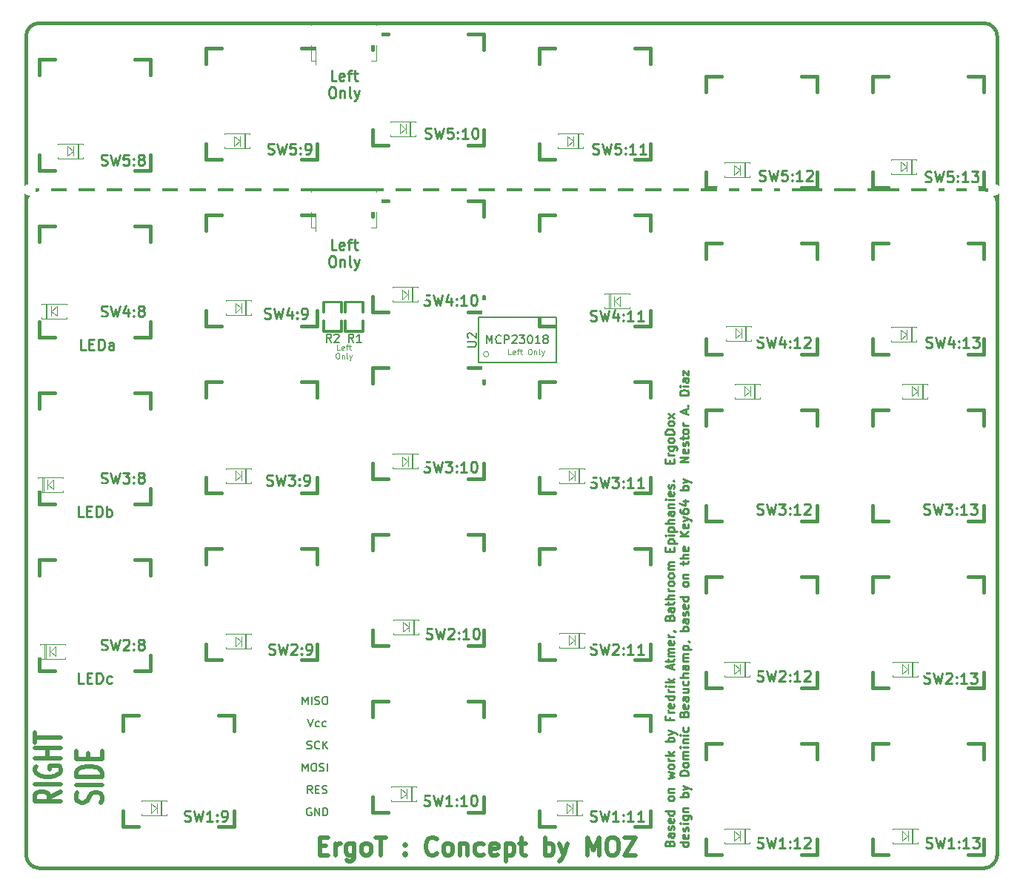
<source format=gto>
G04 (created by PCBNEW (2013-02-13 BZR 3947)-testing) date 12/19/2013 8:38:14 AM*
%MOIN*%
G04 Gerber Fmt 3.4, Leading zero omitted, Abs format*
%FSLAX34Y34*%
G01*
G70*
G90*
G04 APERTURE LIST*
%ADD10C,0.006*%
%ADD11C,0.00393701*%
%ADD12C,0.00984252*%
%ADD13C,0.012*%
%ADD14C,0.015*%
%ADD15C,0.00610236*%
%ADD16C,0.019685*%
%ADD17C,0.0026*%
%ADD18C,0.008*%
%ADD19C,4.72441e-006*%
%ADD20C,0.011811*%
%ADD21C,0.00590551*%
%ADD22C,0.00787402*%
%ADD23C,0.00625197*%
%ADD24C,0.081*%
%ADD25R,0.081X0.081*%
%ADD26C,0.1*%
%ADD27C,0.137*%
%ADD28C,0.0750551*%
%ADD29R,0.0317X0.075*%
%ADD30R,0.071X0.051*%
%ADD31C,0.106*%
%ADD32C,0.047*%
%ADD33C,0.0553701*%
%ADD34R,0.110488X0.0908031*%
%ADD35R,0.0632441X0.0986772*%
%ADD36R,0.0337165X0.0711181*%
%ADD37R,0.0632441X0.0908031*%
%ADD38R,0.0553701X0.0553701*%
%ADD39C,0.0514331*%
G04 APERTURE END LIST*
G54D10*
G54D11*
X47027Y-36201D02*
X46908Y-36201D01*
X46908Y-35951D01*
X47205Y-36189D02*
X47182Y-36201D01*
X47134Y-36201D01*
X47110Y-36189D01*
X47098Y-36165D01*
X47098Y-36070D01*
X47110Y-36046D01*
X47134Y-36034D01*
X47182Y-36034D01*
X47205Y-36046D01*
X47217Y-36070D01*
X47217Y-36094D01*
X47098Y-36117D01*
X47289Y-36034D02*
X47384Y-36034D01*
X47325Y-36201D02*
X47325Y-35986D01*
X47336Y-35963D01*
X47360Y-35951D01*
X47384Y-35951D01*
X47432Y-36034D02*
X47527Y-36034D01*
X47467Y-35951D02*
X47467Y-36165D01*
X47479Y-36189D01*
X47503Y-36201D01*
X47527Y-36201D01*
X46902Y-36340D02*
X46950Y-36340D01*
X46973Y-36352D01*
X46997Y-36376D01*
X47009Y-36423D01*
X47009Y-36507D01*
X46997Y-36554D01*
X46973Y-36578D01*
X46950Y-36590D01*
X46902Y-36590D01*
X46878Y-36578D01*
X46854Y-36554D01*
X46842Y-36507D01*
X46842Y-36423D01*
X46854Y-36376D01*
X46878Y-36352D01*
X46902Y-36340D01*
X47116Y-36423D02*
X47116Y-36590D01*
X47116Y-36447D02*
X47128Y-36435D01*
X47152Y-36423D01*
X47188Y-36423D01*
X47211Y-36435D01*
X47223Y-36459D01*
X47223Y-36590D01*
X47378Y-36590D02*
X47354Y-36578D01*
X47342Y-36554D01*
X47342Y-36340D01*
X47450Y-36423D02*
X47509Y-36590D01*
X47569Y-36423D02*
X47509Y-36590D01*
X47485Y-36650D01*
X47473Y-36661D01*
X47450Y-36673D01*
X54728Y-36401D02*
X54609Y-36401D01*
X54609Y-36151D01*
X54907Y-36389D02*
X54883Y-36401D01*
X54835Y-36401D01*
X54811Y-36389D01*
X54800Y-36365D01*
X54800Y-36270D01*
X54811Y-36246D01*
X54835Y-36234D01*
X54883Y-36234D01*
X54907Y-36246D01*
X54919Y-36270D01*
X54919Y-36294D01*
X54800Y-36317D01*
X54990Y-36234D02*
X55085Y-36234D01*
X55026Y-36401D02*
X55026Y-36186D01*
X55038Y-36163D01*
X55061Y-36151D01*
X55085Y-36151D01*
X55133Y-36234D02*
X55228Y-36234D01*
X55169Y-36151D02*
X55169Y-36365D01*
X55180Y-36389D01*
X55204Y-36401D01*
X55228Y-36401D01*
X55550Y-36151D02*
X55597Y-36151D01*
X55621Y-36163D01*
X55645Y-36186D01*
X55657Y-36234D01*
X55657Y-36317D01*
X55645Y-36365D01*
X55621Y-36389D01*
X55597Y-36401D01*
X55550Y-36401D01*
X55526Y-36389D01*
X55502Y-36365D01*
X55490Y-36317D01*
X55490Y-36234D01*
X55502Y-36186D01*
X55526Y-36163D01*
X55550Y-36151D01*
X55764Y-36234D02*
X55764Y-36401D01*
X55764Y-36258D02*
X55776Y-36246D01*
X55800Y-36234D01*
X55835Y-36234D01*
X55859Y-36246D01*
X55871Y-36270D01*
X55871Y-36401D01*
X56026Y-36401D02*
X56002Y-36389D01*
X55990Y-36365D01*
X55990Y-36151D01*
X56097Y-36234D02*
X56157Y-36401D01*
X56216Y-36234D02*
X56157Y-36401D01*
X56133Y-36460D01*
X56121Y-36472D01*
X56097Y-36484D01*
G54D12*
X46873Y-24091D02*
X46648Y-24091D01*
X46648Y-23618D01*
X47211Y-24068D02*
X47166Y-24091D01*
X47076Y-24091D01*
X47031Y-24068D01*
X47008Y-24023D01*
X47008Y-23843D01*
X47031Y-23798D01*
X47076Y-23776D01*
X47166Y-23776D01*
X47211Y-23798D01*
X47233Y-23843D01*
X47233Y-23888D01*
X47008Y-23933D01*
X47368Y-23776D02*
X47548Y-23776D01*
X47436Y-24091D02*
X47436Y-23686D01*
X47458Y-23641D01*
X47503Y-23618D01*
X47548Y-23618D01*
X47638Y-23776D02*
X47818Y-23776D01*
X47706Y-23618D02*
X47706Y-24023D01*
X47728Y-24068D01*
X47773Y-24091D01*
X47818Y-24091D01*
X46637Y-24378D02*
X46727Y-24378D01*
X46772Y-24401D01*
X46817Y-24446D01*
X46840Y-24536D01*
X46840Y-24693D01*
X46817Y-24783D01*
X46772Y-24828D01*
X46727Y-24851D01*
X46637Y-24851D01*
X46592Y-24828D01*
X46547Y-24783D01*
X46525Y-24693D01*
X46525Y-24536D01*
X46547Y-24446D01*
X46592Y-24401D01*
X46637Y-24378D01*
X47042Y-24536D02*
X47042Y-24851D01*
X47042Y-24581D02*
X47065Y-24558D01*
X47110Y-24536D01*
X47177Y-24536D01*
X47222Y-24558D01*
X47244Y-24603D01*
X47244Y-24851D01*
X47537Y-24851D02*
X47492Y-24828D01*
X47469Y-24783D01*
X47469Y-24378D01*
X47672Y-24536D02*
X47784Y-24851D01*
X47897Y-24536D02*
X47784Y-24851D01*
X47739Y-24963D01*
X47717Y-24986D01*
X47672Y-25008D01*
X46873Y-31691D02*
X46648Y-31691D01*
X46648Y-31218D01*
X47211Y-31668D02*
X47166Y-31691D01*
X47076Y-31691D01*
X47031Y-31668D01*
X47008Y-31623D01*
X47008Y-31443D01*
X47031Y-31398D01*
X47076Y-31376D01*
X47166Y-31376D01*
X47211Y-31398D01*
X47233Y-31443D01*
X47233Y-31488D01*
X47008Y-31533D01*
X47368Y-31376D02*
X47548Y-31376D01*
X47436Y-31691D02*
X47436Y-31286D01*
X47458Y-31241D01*
X47503Y-31218D01*
X47548Y-31218D01*
X47638Y-31376D02*
X47818Y-31376D01*
X47706Y-31218D02*
X47706Y-31623D01*
X47728Y-31668D01*
X47773Y-31691D01*
X47818Y-31691D01*
X46637Y-31978D02*
X46727Y-31978D01*
X46772Y-32001D01*
X46817Y-32046D01*
X46840Y-32136D01*
X46840Y-32293D01*
X46817Y-32383D01*
X46772Y-32428D01*
X46727Y-32451D01*
X46637Y-32451D01*
X46592Y-32428D01*
X46547Y-32383D01*
X46525Y-32293D01*
X46525Y-32136D01*
X46547Y-32046D01*
X46592Y-32001D01*
X46637Y-31978D01*
X47042Y-32136D02*
X47042Y-32451D01*
X47042Y-32181D02*
X47065Y-32158D01*
X47110Y-32136D01*
X47177Y-32136D01*
X47222Y-32158D01*
X47244Y-32203D01*
X47244Y-32451D01*
X47537Y-32451D02*
X47492Y-32428D01*
X47469Y-32383D01*
X47469Y-31978D01*
X47672Y-32136D02*
X47784Y-32451D01*
X47897Y-32136D02*
X47784Y-32451D01*
X47739Y-32563D01*
X47717Y-32586D01*
X47672Y-32608D01*
X50807Y-56668D02*
X50875Y-56691D01*
X50987Y-56691D01*
X51032Y-56668D01*
X51055Y-56646D01*
X51077Y-56601D01*
X51077Y-56556D01*
X51055Y-56511D01*
X51032Y-56488D01*
X50987Y-56466D01*
X50897Y-56443D01*
X50852Y-56421D01*
X50830Y-56398D01*
X50807Y-56353D01*
X50807Y-56308D01*
X50830Y-56263D01*
X50852Y-56241D01*
X50897Y-56218D01*
X51010Y-56218D01*
X51077Y-56241D01*
X51235Y-56218D02*
X51347Y-56691D01*
X51437Y-56353D01*
X51527Y-56691D01*
X51640Y-56218D01*
X52067Y-56691D02*
X51797Y-56691D01*
X51932Y-56691D02*
X51932Y-56218D01*
X51887Y-56286D01*
X51842Y-56331D01*
X51797Y-56353D01*
X52269Y-56646D02*
X52292Y-56668D01*
X52269Y-56691D01*
X52247Y-56668D01*
X52269Y-56646D01*
X52269Y-56691D01*
X52269Y-56398D02*
X52292Y-56421D01*
X52269Y-56443D01*
X52247Y-56421D01*
X52269Y-56398D01*
X52269Y-56443D01*
X52742Y-56691D02*
X52472Y-56691D01*
X52607Y-56691D02*
X52607Y-56218D01*
X52562Y-56286D01*
X52517Y-56331D01*
X52472Y-56353D01*
X53034Y-56218D02*
X53079Y-56218D01*
X53124Y-56241D01*
X53147Y-56263D01*
X53169Y-56308D01*
X53192Y-56398D01*
X53192Y-56511D01*
X53169Y-56601D01*
X53147Y-56646D01*
X53124Y-56668D01*
X53079Y-56691D01*
X53034Y-56691D01*
X52989Y-56668D01*
X52967Y-56646D01*
X52944Y-56601D01*
X52922Y-56511D01*
X52922Y-56398D01*
X52944Y-56308D01*
X52967Y-56263D01*
X52989Y-56241D01*
X53034Y-56218D01*
X73407Y-58568D02*
X73475Y-58591D01*
X73587Y-58591D01*
X73632Y-58568D01*
X73655Y-58546D01*
X73677Y-58501D01*
X73677Y-58456D01*
X73655Y-58411D01*
X73632Y-58388D01*
X73587Y-58366D01*
X73497Y-58343D01*
X73452Y-58321D01*
X73430Y-58298D01*
X73407Y-58253D01*
X73407Y-58208D01*
X73430Y-58163D01*
X73452Y-58141D01*
X73497Y-58118D01*
X73610Y-58118D01*
X73677Y-58141D01*
X73835Y-58118D02*
X73947Y-58591D01*
X74037Y-58253D01*
X74127Y-58591D01*
X74240Y-58118D01*
X74667Y-58591D02*
X74397Y-58591D01*
X74532Y-58591D02*
X74532Y-58118D01*
X74487Y-58186D01*
X74442Y-58231D01*
X74397Y-58253D01*
X74869Y-58546D02*
X74892Y-58568D01*
X74869Y-58591D01*
X74847Y-58568D01*
X74869Y-58546D01*
X74869Y-58591D01*
X74869Y-58298D02*
X74892Y-58321D01*
X74869Y-58343D01*
X74847Y-58321D01*
X74869Y-58298D01*
X74869Y-58343D01*
X75342Y-58591D02*
X75072Y-58591D01*
X75207Y-58591D02*
X75207Y-58118D01*
X75162Y-58186D01*
X75117Y-58231D01*
X75072Y-58253D01*
X75499Y-58118D02*
X75792Y-58118D01*
X75634Y-58298D01*
X75702Y-58298D01*
X75747Y-58321D01*
X75769Y-58343D01*
X75792Y-58388D01*
X75792Y-58501D01*
X75769Y-58546D01*
X75747Y-58568D01*
X75702Y-58591D01*
X75567Y-58591D01*
X75522Y-58568D01*
X75499Y-58546D01*
X65807Y-58568D02*
X65875Y-58591D01*
X65987Y-58591D01*
X66032Y-58568D01*
X66055Y-58546D01*
X66077Y-58501D01*
X66077Y-58456D01*
X66055Y-58411D01*
X66032Y-58388D01*
X65987Y-58366D01*
X65897Y-58343D01*
X65852Y-58321D01*
X65830Y-58298D01*
X65807Y-58253D01*
X65807Y-58208D01*
X65830Y-58163D01*
X65852Y-58141D01*
X65897Y-58118D01*
X66010Y-58118D01*
X66077Y-58141D01*
X66235Y-58118D02*
X66347Y-58591D01*
X66437Y-58253D01*
X66527Y-58591D01*
X66640Y-58118D01*
X67067Y-58591D02*
X66797Y-58591D01*
X66932Y-58591D02*
X66932Y-58118D01*
X66887Y-58186D01*
X66842Y-58231D01*
X66797Y-58253D01*
X67269Y-58546D02*
X67292Y-58568D01*
X67269Y-58591D01*
X67247Y-58568D01*
X67269Y-58546D01*
X67269Y-58591D01*
X67269Y-58298D02*
X67292Y-58321D01*
X67269Y-58343D01*
X67247Y-58321D01*
X67269Y-58298D01*
X67269Y-58343D01*
X67742Y-58591D02*
X67472Y-58591D01*
X67607Y-58591D02*
X67607Y-58118D01*
X67562Y-58186D01*
X67517Y-58231D01*
X67472Y-58253D01*
X67922Y-58163D02*
X67944Y-58141D01*
X67989Y-58118D01*
X68102Y-58118D01*
X68147Y-58141D01*
X68169Y-58163D01*
X68192Y-58208D01*
X68192Y-58253D01*
X68169Y-58321D01*
X67899Y-58591D01*
X68192Y-58591D01*
X58307Y-57368D02*
X58375Y-57391D01*
X58487Y-57391D01*
X58532Y-57368D01*
X58555Y-57346D01*
X58577Y-57301D01*
X58577Y-57256D01*
X58555Y-57211D01*
X58532Y-57188D01*
X58487Y-57166D01*
X58397Y-57143D01*
X58352Y-57121D01*
X58330Y-57098D01*
X58307Y-57053D01*
X58307Y-57008D01*
X58330Y-56963D01*
X58352Y-56941D01*
X58397Y-56918D01*
X58510Y-56918D01*
X58577Y-56941D01*
X58735Y-56918D02*
X58847Y-57391D01*
X58937Y-57053D01*
X59027Y-57391D01*
X59140Y-56918D01*
X59567Y-57391D02*
X59297Y-57391D01*
X59432Y-57391D02*
X59432Y-56918D01*
X59387Y-56986D01*
X59342Y-57031D01*
X59297Y-57053D01*
X59769Y-57346D02*
X59792Y-57368D01*
X59769Y-57391D01*
X59747Y-57368D01*
X59769Y-57346D01*
X59769Y-57391D01*
X59769Y-57098D02*
X59792Y-57121D01*
X59769Y-57143D01*
X59747Y-57121D01*
X59769Y-57098D01*
X59769Y-57143D01*
X60242Y-57391D02*
X59972Y-57391D01*
X60107Y-57391D02*
X60107Y-56918D01*
X60062Y-56986D01*
X60017Y-57031D01*
X59972Y-57053D01*
X60692Y-57391D02*
X60422Y-57391D01*
X60557Y-57391D02*
X60557Y-56918D01*
X60512Y-56986D01*
X60467Y-57031D01*
X60422Y-57053D01*
X40032Y-57368D02*
X40100Y-57391D01*
X40212Y-57391D01*
X40257Y-57368D01*
X40280Y-57346D01*
X40302Y-57301D01*
X40302Y-57256D01*
X40280Y-57211D01*
X40257Y-57188D01*
X40212Y-57166D01*
X40122Y-57143D01*
X40077Y-57121D01*
X40055Y-57098D01*
X40032Y-57053D01*
X40032Y-57008D01*
X40055Y-56963D01*
X40077Y-56941D01*
X40122Y-56918D01*
X40235Y-56918D01*
X40302Y-56941D01*
X40460Y-56918D02*
X40572Y-57391D01*
X40662Y-57053D01*
X40752Y-57391D01*
X40865Y-56918D01*
X41292Y-57391D02*
X41022Y-57391D01*
X41157Y-57391D02*
X41157Y-56918D01*
X41112Y-56986D01*
X41067Y-57031D01*
X41022Y-57053D01*
X41494Y-57346D02*
X41517Y-57368D01*
X41494Y-57391D01*
X41472Y-57368D01*
X41494Y-57346D01*
X41494Y-57391D01*
X41494Y-57098D02*
X41517Y-57121D01*
X41494Y-57143D01*
X41472Y-57121D01*
X41494Y-57098D01*
X41494Y-57143D01*
X41742Y-57391D02*
X41832Y-57391D01*
X41877Y-57368D01*
X41899Y-57346D01*
X41944Y-57278D01*
X41967Y-57188D01*
X41967Y-57008D01*
X41944Y-56963D01*
X41922Y-56941D01*
X41877Y-56918D01*
X41787Y-56918D01*
X41742Y-56941D01*
X41719Y-56963D01*
X41697Y-57008D01*
X41697Y-57121D01*
X41719Y-57166D01*
X41742Y-57188D01*
X41787Y-57211D01*
X41877Y-57211D01*
X41922Y-57188D01*
X41944Y-57166D01*
X41967Y-57121D01*
X43832Y-49868D02*
X43900Y-49891D01*
X44012Y-49891D01*
X44057Y-49868D01*
X44080Y-49846D01*
X44102Y-49801D01*
X44102Y-49756D01*
X44080Y-49711D01*
X44057Y-49688D01*
X44012Y-49666D01*
X43922Y-49643D01*
X43877Y-49621D01*
X43855Y-49598D01*
X43832Y-49553D01*
X43832Y-49508D01*
X43855Y-49463D01*
X43877Y-49441D01*
X43922Y-49418D01*
X44035Y-49418D01*
X44102Y-49441D01*
X44260Y-49418D02*
X44372Y-49891D01*
X44462Y-49553D01*
X44552Y-49891D01*
X44665Y-49418D01*
X44822Y-49463D02*
X44844Y-49441D01*
X44889Y-49418D01*
X45002Y-49418D01*
X45047Y-49441D01*
X45069Y-49463D01*
X45092Y-49508D01*
X45092Y-49553D01*
X45069Y-49621D01*
X44800Y-49891D01*
X45092Y-49891D01*
X45294Y-49846D02*
X45317Y-49868D01*
X45294Y-49891D01*
X45272Y-49868D01*
X45294Y-49846D01*
X45294Y-49891D01*
X45294Y-49598D02*
X45317Y-49621D01*
X45294Y-49643D01*
X45272Y-49621D01*
X45294Y-49598D01*
X45294Y-49643D01*
X45542Y-49891D02*
X45632Y-49891D01*
X45677Y-49868D01*
X45699Y-49846D01*
X45744Y-49778D01*
X45767Y-49688D01*
X45767Y-49508D01*
X45744Y-49463D01*
X45722Y-49441D01*
X45677Y-49418D01*
X45587Y-49418D01*
X45542Y-49441D01*
X45519Y-49463D01*
X45497Y-49508D01*
X45497Y-49621D01*
X45519Y-49666D01*
X45542Y-49688D01*
X45587Y-49711D01*
X45677Y-49711D01*
X45722Y-49688D01*
X45744Y-49666D01*
X45767Y-49621D01*
X58307Y-49868D02*
X58375Y-49891D01*
X58487Y-49891D01*
X58532Y-49868D01*
X58555Y-49846D01*
X58577Y-49801D01*
X58577Y-49756D01*
X58555Y-49711D01*
X58532Y-49688D01*
X58487Y-49666D01*
X58397Y-49643D01*
X58352Y-49621D01*
X58330Y-49598D01*
X58307Y-49553D01*
X58307Y-49508D01*
X58330Y-49463D01*
X58352Y-49441D01*
X58397Y-49418D01*
X58510Y-49418D01*
X58577Y-49441D01*
X58735Y-49418D02*
X58847Y-49891D01*
X58937Y-49553D01*
X59027Y-49891D01*
X59140Y-49418D01*
X59297Y-49463D02*
X59320Y-49441D01*
X59365Y-49418D01*
X59477Y-49418D01*
X59522Y-49441D01*
X59544Y-49463D01*
X59567Y-49508D01*
X59567Y-49553D01*
X59544Y-49621D01*
X59275Y-49891D01*
X59567Y-49891D01*
X59769Y-49846D02*
X59792Y-49868D01*
X59769Y-49891D01*
X59747Y-49868D01*
X59769Y-49846D01*
X59769Y-49891D01*
X59769Y-49598D02*
X59792Y-49621D01*
X59769Y-49643D01*
X59747Y-49621D01*
X59769Y-49598D01*
X59769Y-49643D01*
X60242Y-49891D02*
X59972Y-49891D01*
X60107Y-49891D02*
X60107Y-49418D01*
X60062Y-49486D01*
X60017Y-49531D01*
X59972Y-49553D01*
X60692Y-49891D02*
X60422Y-49891D01*
X60557Y-49891D02*
X60557Y-49418D01*
X60512Y-49486D01*
X60467Y-49531D01*
X60422Y-49553D01*
X65807Y-51068D02*
X65875Y-51091D01*
X65987Y-51091D01*
X66032Y-51068D01*
X66055Y-51046D01*
X66077Y-51001D01*
X66077Y-50956D01*
X66055Y-50911D01*
X66032Y-50888D01*
X65987Y-50866D01*
X65897Y-50843D01*
X65852Y-50821D01*
X65830Y-50798D01*
X65807Y-50753D01*
X65807Y-50708D01*
X65830Y-50663D01*
X65852Y-50641D01*
X65897Y-50618D01*
X66010Y-50618D01*
X66077Y-50641D01*
X66235Y-50618D02*
X66347Y-51091D01*
X66437Y-50753D01*
X66527Y-51091D01*
X66640Y-50618D01*
X66797Y-50663D02*
X66820Y-50641D01*
X66865Y-50618D01*
X66977Y-50618D01*
X67022Y-50641D01*
X67044Y-50663D01*
X67067Y-50708D01*
X67067Y-50753D01*
X67044Y-50821D01*
X66775Y-51091D01*
X67067Y-51091D01*
X67269Y-51046D02*
X67292Y-51068D01*
X67269Y-51091D01*
X67247Y-51068D01*
X67269Y-51046D01*
X67269Y-51091D01*
X67269Y-50798D02*
X67292Y-50821D01*
X67269Y-50843D01*
X67247Y-50821D01*
X67269Y-50798D01*
X67269Y-50843D01*
X67742Y-51091D02*
X67472Y-51091D01*
X67607Y-51091D02*
X67607Y-50618D01*
X67562Y-50686D01*
X67517Y-50731D01*
X67472Y-50753D01*
X67922Y-50663D02*
X67944Y-50641D01*
X67989Y-50618D01*
X68102Y-50618D01*
X68147Y-50641D01*
X68169Y-50663D01*
X68192Y-50708D01*
X68192Y-50753D01*
X68169Y-50821D01*
X67899Y-51091D01*
X68192Y-51091D01*
X73307Y-51168D02*
X73375Y-51191D01*
X73487Y-51191D01*
X73532Y-51168D01*
X73555Y-51146D01*
X73577Y-51101D01*
X73577Y-51056D01*
X73555Y-51011D01*
X73532Y-50988D01*
X73487Y-50966D01*
X73397Y-50943D01*
X73352Y-50921D01*
X73330Y-50898D01*
X73307Y-50853D01*
X73307Y-50808D01*
X73330Y-50763D01*
X73352Y-50741D01*
X73397Y-50718D01*
X73510Y-50718D01*
X73577Y-50741D01*
X73735Y-50718D02*
X73847Y-51191D01*
X73937Y-50853D01*
X74027Y-51191D01*
X74140Y-50718D01*
X74297Y-50763D02*
X74320Y-50741D01*
X74365Y-50718D01*
X74477Y-50718D01*
X74522Y-50741D01*
X74544Y-50763D01*
X74567Y-50808D01*
X74567Y-50853D01*
X74544Y-50921D01*
X74275Y-51191D01*
X74567Y-51191D01*
X74769Y-51146D02*
X74792Y-51168D01*
X74769Y-51191D01*
X74747Y-51168D01*
X74769Y-51146D01*
X74769Y-51191D01*
X74769Y-50898D02*
X74792Y-50921D01*
X74769Y-50943D01*
X74747Y-50921D01*
X74769Y-50898D01*
X74769Y-50943D01*
X75242Y-51191D02*
X74972Y-51191D01*
X75107Y-51191D02*
X75107Y-50718D01*
X75062Y-50786D01*
X75017Y-50831D01*
X74972Y-50853D01*
X75399Y-50718D02*
X75692Y-50718D01*
X75534Y-50898D01*
X75602Y-50898D01*
X75647Y-50921D01*
X75669Y-50943D01*
X75692Y-50988D01*
X75692Y-51101D01*
X75669Y-51146D01*
X75647Y-51168D01*
X75602Y-51191D01*
X75467Y-51191D01*
X75422Y-51168D01*
X75399Y-51146D01*
X50907Y-49168D02*
X50975Y-49191D01*
X51087Y-49191D01*
X51132Y-49168D01*
X51155Y-49146D01*
X51177Y-49101D01*
X51177Y-49056D01*
X51155Y-49011D01*
X51132Y-48988D01*
X51087Y-48966D01*
X50997Y-48943D01*
X50952Y-48921D01*
X50930Y-48898D01*
X50907Y-48853D01*
X50907Y-48808D01*
X50930Y-48763D01*
X50952Y-48741D01*
X50997Y-48718D01*
X51110Y-48718D01*
X51177Y-48741D01*
X51335Y-48718D02*
X51447Y-49191D01*
X51537Y-48853D01*
X51627Y-49191D01*
X51740Y-48718D01*
X51897Y-48763D02*
X51920Y-48741D01*
X51965Y-48718D01*
X52077Y-48718D01*
X52122Y-48741D01*
X52144Y-48763D01*
X52167Y-48808D01*
X52167Y-48853D01*
X52144Y-48921D01*
X51875Y-49191D01*
X52167Y-49191D01*
X52369Y-49146D02*
X52392Y-49168D01*
X52369Y-49191D01*
X52347Y-49168D01*
X52369Y-49146D01*
X52369Y-49191D01*
X52369Y-48898D02*
X52392Y-48921D01*
X52369Y-48943D01*
X52347Y-48921D01*
X52369Y-48898D01*
X52369Y-48943D01*
X52842Y-49191D02*
X52572Y-49191D01*
X52707Y-49191D02*
X52707Y-48718D01*
X52662Y-48786D01*
X52617Y-48831D01*
X52572Y-48853D01*
X53134Y-48718D02*
X53179Y-48718D01*
X53224Y-48741D01*
X53247Y-48763D01*
X53269Y-48808D01*
X53292Y-48898D01*
X53292Y-49011D01*
X53269Y-49101D01*
X53247Y-49146D01*
X53224Y-49168D01*
X53179Y-49191D01*
X53134Y-49191D01*
X53089Y-49168D01*
X53067Y-49146D01*
X53044Y-49101D01*
X53022Y-49011D01*
X53022Y-48898D01*
X53044Y-48808D01*
X53067Y-48763D01*
X53089Y-48741D01*
X53134Y-48718D01*
X36282Y-49668D02*
X36350Y-49691D01*
X36462Y-49691D01*
X36507Y-49668D01*
X36530Y-49646D01*
X36552Y-49601D01*
X36552Y-49556D01*
X36530Y-49511D01*
X36507Y-49488D01*
X36462Y-49466D01*
X36372Y-49443D01*
X36327Y-49421D01*
X36305Y-49398D01*
X36282Y-49353D01*
X36282Y-49308D01*
X36305Y-49263D01*
X36327Y-49241D01*
X36372Y-49218D01*
X36485Y-49218D01*
X36552Y-49241D01*
X36710Y-49218D02*
X36822Y-49691D01*
X36912Y-49353D01*
X37002Y-49691D01*
X37115Y-49218D01*
X37272Y-49263D02*
X37294Y-49241D01*
X37339Y-49218D01*
X37452Y-49218D01*
X37497Y-49241D01*
X37519Y-49263D01*
X37542Y-49308D01*
X37542Y-49353D01*
X37519Y-49421D01*
X37250Y-49691D01*
X37542Y-49691D01*
X37744Y-49646D02*
X37767Y-49668D01*
X37744Y-49691D01*
X37722Y-49668D01*
X37744Y-49646D01*
X37744Y-49691D01*
X37744Y-49398D02*
X37767Y-49421D01*
X37744Y-49443D01*
X37722Y-49421D01*
X37744Y-49398D01*
X37744Y-49443D01*
X38037Y-49421D02*
X37992Y-49398D01*
X37969Y-49376D01*
X37947Y-49331D01*
X37947Y-49308D01*
X37969Y-49263D01*
X37992Y-49241D01*
X38037Y-49218D01*
X38127Y-49218D01*
X38172Y-49241D01*
X38194Y-49263D01*
X38217Y-49308D01*
X38217Y-49331D01*
X38194Y-49376D01*
X38172Y-49398D01*
X38127Y-49421D01*
X38037Y-49421D01*
X37992Y-49443D01*
X37969Y-49466D01*
X37947Y-49511D01*
X37947Y-49601D01*
X37969Y-49646D01*
X37992Y-49668D01*
X38037Y-49691D01*
X38127Y-49691D01*
X38172Y-49668D01*
X38194Y-49646D01*
X38217Y-49601D01*
X38217Y-49511D01*
X38194Y-49466D01*
X38172Y-49443D01*
X38127Y-49421D01*
X36282Y-42168D02*
X36350Y-42191D01*
X36462Y-42191D01*
X36507Y-42168D01*
X36530Y-42146D01*
X36552Y-42101D01*
X36552Y-42056D01*
X36530Y-42011D01*
X36507Y-41988D01*
X36462Y-41966D01*
X36372Y-41943D01*
X36327Y-41921D01*
X36305Y-41898D01*
X36282Y-41853D01*
X36282Y-41808D01*
X36305Y-41763D01*
X36327Y-41741D01*
X36372Y-41718D01*
X36485Y-41718D01*
X36552Y-41741D01*
X36710Y-41718D02*
X36822Y-42191D01*
X36912Y-41853D01*
X37002Y-42191D01*
X37115Y-41718D01*
X37250Y-41718D02*
X37542Y-41718D01*
X37384Y-41898D01*
X37452Y-41898D01*
X37497Y-41921D01*
X37519Y-41943D01*
X37542Y-41988D01*
X37542Y-42101D01*
X37519Y-42146D01*
X37497Y-42168D01*
X37452Y-42191D01*
X37317Y-42191D01*
X37272Y-42168D01*
X37250Y-42146D01*
X37744Y-42146D02*
X37767Y-42168D01*
X37744Y-42191D01*
X37722Y-42168D01*
X37744Y-42146D01*
X37744Y-42191D01*
X37744Y-41898D02*
X37767Y-41921D01*
X37744Y-41943D01*
X37722Y-41921D01*
X37744Y-41898D01*
X37744Y-41943D01*
X38037Y-41921D02*
X37992Y-41898D01*
X37969Y-41876D01*
X37947Y-41831D01*
X37947Y-41808D01*
X37969Y-41763D01*
X37992Y-41741D01*
X38037Y-41718D01*
X38127Y-41718D01*
X38172Y-41741D01*
X38194Y-41763D01*
X38217Y-41808D01*
X38217Y-41831D01*
X38194Y-41876D01*
X38172Y-41898D01*
X38127Y-41921D01*
X38037Y-41921D01*
X37992Y-41943D01*
X37969Y-41966D01*
X37947Y-42011D01*
X37947Y-42101D01*
X37969Y-42146D01*
X37992Y-42168D01*
X38037Y-42191D01*
X38127Y-42191D01*
X38172Y-42168D01*
X38194Y-42146D01*
X38217Y-42101D01*
X38217Y-42011D01*
X38194Y-41966D01*
X38172Y-41943D01*
X38127Y-41921D01*
X43632Y-34768D02*
X43700Y-34791D01*
X43812Y-34791D01*
X43857Y-34768D01*
X43880Y-34746D01*
X43902Y-34701D01*
X43902Y-34656D01*
X43880Y-34611D01*
X43857Y-34588D01*
X43812Y-34566D01*
X43722Y-34543D01*
X43677Y-34521D01*
X43655Y-34498D01*
X43632Y-34453D01*
X43632Y-34408D01*
X43655Y-34363D01*
X43677Y-34341D01*
X43722Y-34318D01*
X43835Y-34318D01*
X43902Y-34341D01*
X44060Y-34318D02*
X44172Y-34791D01*
X44262Y-34453D01*
X44352Y-34791D01*
X44465Y-34318D01*
X44847Y-34476D02*
X44847Y-34791D01*
X44734Y-34296D02*
X44622Y-34633D01*
X44914Y-34633D01*
X45094Y-34746D02*
X45117Y-34768D01*
X45094Y-34791D01*
X45072Y-34768D01*
X45094Y-34746D01*
X45094Y-34791D01*
X45094Y-34498D02*
X45117Y-34521D01*
X45094Y-34543D01*
X45072Y-34521D01*
X45094Y-34498D01*
X45094Y-34543D01*
X45342Y-34791D02*
X45432Y-34791D01*
X45477Y-34768D01*
X45499Y-34746D01*
X45544Y-34678D01*
X45567Y-34588D01*
X45567Y-34408D01*
X45544Y-34363D01*
X45522Y-34341D01*
X45477Y-34318D01*
X45387Y-34318D01*
X45342Y-34341D01*
X45319Y-34363D01*
X45297Y-34408D01*
X45297Y-34521D01*
X45319Y-34566D01*
X45342Y-34588D01*
X45387Y-34611D01*
X45477Y-34611D01*
X45522Y-34588D01*
X45544Y-34566D01*
X45567Y-34521D01*
X50807Y-41668D02*
X50875Y-41691D01*
X50987Y-41691D01*
X51032Y-41668D01*
X51055Y-41646D01*
X51077Y-41601D01*
X51077Y-41556D01*
X51055Y-41511D01*
X51032Y-41488D01*
X50987Y-41466D01*
X50897Y-41443D01*
X50852Y-41421D01*
X50830Y-41398D01*
X50807Y-41353D01*
X50807Y-41308D01*
X50830Y-41263D01*
X50852Y-41241D01*
X50897Y-41218D01*
X51010Y-41218D01*
X51077Y-41241D01*
X51235Y-41218D02*
X51347Y-41691D01*
X51437Y-41353D01*
X51527Y-41691D01*
X51640Y-41218D01*
X51775Y-41218D02*
X52067Y-41218D01*
X51910Y-41398D01*
X51977Y-41398D01*
X52022Y-41421D01*
X52044Y-41443D01*
X52067Y-41488D01*
X52067Y-41601D01*
X52044Y-41646D01*
X52022Y-41668D01*
X51977Y-41691D01*
X51842Y-41691D01*
X51797Y-41668D01*
X51775Y-41646D01*
X52269Y-41646D02*
X52292Y-41668D01*
X52269Y-41691D01*
X52247Y-41668D01*
X52269Y-41646D01*
X52269Y-41691D01*
X52269Y-41398D02*
X52292Y-41421D01*
X52269Y-41443D01*
X52247Y-41421D01*
X52269Y-41398D01*
X52269Y-41443D01*
X52742Y-41691D02*
X52472Y-41691D01*
X52607Y-41691D02*
X52607Y-41218D01*
X52562Y-41286D01*
X52517Y-41331D01*
X52472Y-41353D01*
X53034Y-41218D02*
X53079Y-41218D01*
X53124Y-41241D01*
X53147Y-41263D01*
X53169Y-41308D01*
X53192Y-41398D01*
X53192Y-41511D01*
X53169Y-41601D01*
X53147Y-41646D01*
X53124Y-41668D01*
X53079Y-41691D01*
X53034Y-41691D01*
X52989Y-41668D01*
X52967Y-41646D01*
X52944Y-41601D01*
X52922Y-41511D01*
X52922Y-41398D01*
X52944Y-41308D01*
X52967Y-41263D01*
X52989Y-41241D01*
X53034Y-41218D01*
X58307Y-34868D02*
X58375Y-34891D01*
X58487Y-34891D01*
X58532Y-34868D01*
X58555Y-34846D01*
X58577Y-34801D01*
X58577Y-34756D01*
X58555Y-34711D01*
X58532Y-34688D01*
X58487Y-34666D01*
X58397Y-34643D01*
X58352Y-34621D01*
X58330Y-34598D01*
X58307Y-34553D01*
X58307Y-34508D01*
X58330Y-34463D01*
X58352Y-34441D01*
X58397Y-34418D01*
X58510Y-34418D01*
X58577Y-34441D01*
X58735Y-34418D02*
X58847Y-34891D01*
X58937Y-34553D01*
X59027Y-34891D01*
X59140Y-34418D01*
X59522Y-34576D02*
X59522Y-34891D01*
X59410Y-34396D02*
X59297Y-34733D01*
X59589Y-34733D01*
X59769Y-34846D02*
X59792Y-34868D01*
X59769Y-34891D01*
X59747Y-34868D01*
X59769Y-34846D01*
X59769Y-34891D01*
X59769Y-34598D02*
X59792Y-34621D01*
X59769Y-34643D01*
X59747Y-34621D01*
X59769Y-34598D01*
X59769Y-34643D01*
X60242Y-34891D02*
X59972Y-34891D01*
X60107Y-34891D02*
X60107Y-34418D01*
X60062Y-34486D01*
X60017Y-34531D01*
X59972Y-34553D01*
X60692Y-34891D02*
X60422Y-34891D01*
X60557Y-34891D02*
X60557Y-34418D01*
X60512Y-34486D01*
X60467Y-34531D01*
X60422Y-34553D01*
X65807Y-36068D02*
X65875Y-36091D01*
X65987Y-36091D01*
X66032Y-36068D01*
X66055Y-36046D01*
X66077Y-36001D01*
X66077Y-35956D01*
X66055Y-35911D01*
X66032Y-35888D01*
X65987Y-35866D01*
X65897Y-35843D01*
X65852Y-35821D01*
X65830Y-35798D01*
X65807Y-35753D01*
X65807Y-35708D01*
X65830Y-35663D01*
X65852Y-35641D01*
X65897Y-35618D01*
X66010Y-35618D01*
X66077Y-35641D01*
X66235Y-35618D02*
X66347Y-36091D01*
X66437Y-35753D01*
X66527Y-36091D01*
X66640Y-35618D01*
X67022Y-35776D02*
X67022Y-36091D01*
X66910Y-35596D02*
X66797Y-35933D01*
X67089Y-35933D01*
X67269Y-36046D02*
X67292Y-36068D01*
X67269Y-36091D01*
X67247Y-36068D01*
X67269Y-36046D01*
X67269Y-36091D01*
X67269Y-35798D02*
X67292Y-35821D01*
X67269Y-35843D01*
X67247Y-35821D01*
X67269Y-35798D01*
X67269Y-35843D01*
X67742Y-36091D02*
X67472Y-36091D01*
X67607Y-36091D02*
X67607Y-35618D01*
X67562Y-35686D01*
X67517Y-35731D01*
X67472Y-35753D01*
X67922Y-35663D02*
X67944Y-35641D01*
X67989Y-35618D01*
X68102Y-35618D01*
X68147Y-35641D01*
X68169Y-35663D01*
X68192Y-35708D01*
X68192Y-35753D01*
X68169Y-35821D01*
X67899Y-36091D01*
X68192Y-36091D01*
X73407Y-36068D02*
X73475Y-36091D01*
X73587Y-36091D01*
X73632Y-36068D01*
X73655Y-36046D01*
X73677Y-36001D01*
X73677Y-35956D01*
X73655Y-35911D01*
X73632Y-35888D01*
X73587Y-35866D01*
X73497Y-35843D01*
X73452Y-35821D01*
X73430Y-35798D01*
X73407Y-35753D01*
X73407Y-35708D01*
X73430Y-35663D01*
X73452Y-35641D01*
X73497Y-35618D01*
X73610Y-35618D01*
X73677Y-35641D01*
X73835Y-35618D02*
X73947Y-36091D01*
X74037Y-35753D01*
X74127Y-36091D01*
X74240Y-35618D01*
X74622Y-35776D02*
X74622Y-36091D01*
X74510Y-35596D02*
X74397Y-35933D01*
X74689Y-35933D01*
X74869Y-36046D02*
X74892Y-36068D01*
X74869Y-36091D01*
X74847Y-36068D01*
X74869Y-36046D01*
X74869Y-36091D01*
X74869Y-35798D02*
X74892Y-35821D01*
X74869Y-35843D01*
X74847Y-35821D01*
X74869Y-35798D01*
X74869Y-35843D01*
X75342Y-36091D02*
X75072Y-36091D01*
X75207Y-36091D02*
X75207Y-35618D01*
X75162Y-35686D01*
X75117Y-35731D01*
X75072Y-35753D01*
X75499Y-35618D02*
X75792Y-35618D01*
X75634Y-35798D01*
X75702Y-35798D01*
X75747Y-35821D01*
X75769Y-35843D01*
X75792Y-35888D01*
X75792Y-36001D01*
X75769Y-36046D01*
X75747Y-36068D01*
X75702Y-36091D01*
X75567Y-36091D01*
X75522Y-36068D01*
X75499Y-36046D01*
X35493Y-51191D02*
X35268Y-51191D01*
X35268Y-50718D01*
X35651Y-50943D02*
X35808Y-50943D01*
X35876Y-51191D02*
X35651Y-51191D01*
X35651Y-50718D01*
X35876Y-50718D01*
X36078Y-51191D02*
X36078Y-50718D01*
X36191Y-50718D01*
X36258Y-50741D01*
X36303Y-50786D01*
X36326Y-50831D01*
X36348Y-50921D01*
X36348Y-50988D01*
X36326Y-51078D01*
X36303Y-51123D01*
X36258Y-51168D01*
X36191Y-51191D01*
X36078Y-51191D01*
X36753Y-51168D02*
X36708Y-51191D01*
X36618Y-51191D01*
X36573Y-51168D01*
X36551Y-51146D01*
X36528Y-51101D01*
X36528Y-50966D01*
X36551Y-50921D01*
X36573Y-50898D01*
X36618Y-50876D01*
X36708Y-50876D01*
X36753Y-50898D01*
X35482Y-43691D02*
X35257Y-43691D01*
X35257Y-43218D01*
X35640Y-43443D02*
X35797Y-43443D01*
X35865Y-43691D02*
X35640Y-43691D01*
X35640Y-43218D01*
X35865Y-43218D01*
X36067Y-43691D02*
X36067Y-43218D01*
X36179Y-43218D01*
X36247Y-43241D01*
X36292Y-43286D01*
X36314Y-43331D01*
X36337Y-43421D01*
X36337Y-43488D01*
X36314Y-43578D01*
X36292Y-43623D01*
X36247Y-43668D01*
X36179Y-43691D01*
X36067Y-43691D01*
X36539Y-43691D02*
X36539Y-43218D01*
X36539Y-43398D02*
X36584Y-43376D01*
X36674Y-43376D01*
X36719Y-43398D01*
X36742Y-43421D01*
X36764Y-43466D01*
X36764Y-43601D01*
X36742Y-43646D01*
X36719Y-43668D01*
X36674Y-43691D01*
X36584Y-43691D01*
X36539Y-43668D01*
X35582Y-36191D02*
X35357Y-36191D01*
X35357Y-35718D01*
X35740Y-35943D02*
X35897Y-35943D01*
X35965Y-36191D02*
X35740Y-36191D01*
X35740Y-35718D01*
X35965Y-35718D01*
X36167Y-36191D02*
X36167Y-35718D01*
X36279Y-35718D01*
X36347Y-35741D01*
X36392Y-35786D01*
X36414Y-35831D01*
X36437Y-35921D01*
X36437Y-35988D01*
X36414Y-36078D01*
X36392Y-36123D01*
X36347Y-36168D01*
X36279Y-36191D01*
X36167Y-36191D01*
X36842Y-36191D02*
X36842Y-35943D01*
X36819Y-35898D01*
X36774Y-35876D01*
X36684Y-35876D01*
X36639Y-35898D01*
X36842Y-36168D02*
X36797Y-36191D01*
X36684Y-36191D01*
X36639Y-36168D01*
X36617Y-36123D01*
X36617Y-36078D01*
X36639Y-36033D01*
X36684Y-36011D01*
X36797Y-36011D01*
X36842Y-35988D01*
X73307Y-43568D02*
X73375Y-43591D01*
X73487Y-43591D01*
X73532Y-43568D01*
X73555Y-43546D01*
X73577Y-43501D01*
X73577Y-43456D01*
X73555Y-43411D01*
X73532Y-43388D01*
X73487Y-43366D01*
X73397Y-43343D01*
X73352Y-43321D01*
X73330Y-43298D01*
X73307Y-43253D01*
X73307Y-43208D01*
X73330Y-43163D01*
X73352Y-43141D01*
X73397Y-43118D01*
X73510Y-43118D01*
X73577Y-43141D01*
X73735Y-43118D02*
X73847Y-43591D01*
X73937Y-43253D01*
X74027Y-43591D01*
X74140Y-43118D01*
X74275Y-43118D02*
X74567Y-43118D01*
X74410Y-43298D01*
X74477Y-43298D01*
X74522Y-43321D01*
X74544Y-43343D01*
X74567Y-43388D01*
X74567Y-43501D01*
X74544Y-43546D01*
X74522Y-43568D01*
X74477Y-43591D01*
X74342Y-43591D01*
X74297Y-43568D01*
X74275Y-43546D01*
X74769Y-43546D02*
X74792Y-43568D01*
X74769Y-43591D01*
X74747Y-43568D01*
X74769Y-43546D01*
X74769Y-43591D01*
X74769Y-43298D02*
X74792Y-43321D01*
X74769Y-43343D01*
X74747Y-43321D01*
X74769Y-43298D01*
X74769Y-43343D01*
X75242Y-43591D02*
X74972Y-43591D01*
X75107Y-43591D02*
X75107Y-43118D01*
X75062Y-43186D01*
X75017Y-43231D01*
X74972Y-43253D01*
X75399Y-43118D02*
X75692Y-43118D01*
X75534Y-43298D01*
X75602Y-43298D01*
X75647Y-43321D01*
X75669Y-43343D01*
X75692Y-43388D01*
X75692Y-43501D01*
X75669Y-43546D01*
X75647Y-43568D01*
X75602Y-43591D01*
X75467Y-43591D01*
X75422Y-43568D01*
X75399Y-43546D01*
X65807Y-43568D02*
X65875Y-43591D01*
X65987Y-43591D01*
X66032Y-43568D01*
X66055Y-43546D01*
X66077Y-43501D01*
X66077Y-43456D01*
X66055Y-43411D01*
X66032Y-43388D01*
X65987Y-43366D01*
X65897Y-43343D01*
X65852Y-43321D01*
X65830Y-43298D01*
X65807Y-43253D01*
X65807Y-43208D01*
X65830Y-43163D01*
X65852Y-43141D01*
X65897Y-43118D01*
X66010Y-43118D01*
X66077Y-43141D01*
X66235Y-43118D02*
X66347Y-43591D01*
X66437Y-43253D01*
X66527Y-43591D01*
X66640Y-43118D01*
X66775Y-43118D02*
X67067Y-43118D01*
X66910Y-43298D01*
X66977Y-43298D01*
X67022Y-43321D01*
X67044Y-43343D01*
X67067Y-43388D01*
X67067Y-43501D01*
X67044Y-43546D01*
X67022Y-43568D01*
X66977Y-43591D01*
X66842Y-43591D01*
X66797Y-43568D01*
X66775Y-43546D01*
X67269Y-43546D02*
X67292Y-43568D01*
X67269Y-43591D01*
X67247Y-43568D01*
X67269Y-43546D01*
X67269Y-43591D01*
X67269Y-43298D02*
X67292Y-43321D01*
X67269Y-43343D01*
X67247Y-43321D01*
X67269Y-43298D01*
X67269Y-43343D01*
X67742Y-43591D02*
X67472Y-43591D01*
X67607Y-43591D02*
X67607Y-43118D01*
X67562Y-43186D01*
X67517Y-43231D01*
X67472Y-43253D01*
X67922Y-43163D02*
X67944Y-43141D01*
X67989Y-43118D01*
X68102Y-43118D01*
X68147Y-43141D01*
X68169Y-43163D01*
X68192Y-43208D01*
X68192Y-43253D01*
X68169Y-43321D01*
X67899Y-43591D01*
X68192Y-43591D01*
X58307Y-42368D02*
X58375Y-42391D01*
X58487Y-42391D01*
X58532Y-42368D01*
X58555Y-42346D01*
X58577Y-42301D01*
X58577Y-42256D01*
X58555Y-42211D01*
X58532Y-42188D01*
X58487Y-42166D01*
X58397Y-42143D01*
X58352Y-42121D01*
X58330Y-42098D01*
X58307Y-42053D01*
X58307Y-42008D01*
X58330Y-41963D01*
X58352Y-41941D01*
X58397Y-41918D01*
X58510Y-41918D01*
X58577Y-41941D01*
X58735Y-41918D02*
X58847Y-42391D01*
X58937Y-42053D01*
X59027Y-42391D01*
X59140Y-41918D01*
X59275Y-41918D02*
X59567Y-41918D01*
X59410Y-42098D01*
X59477Y-42098D01*
X59522Y-42121D01*
X59544Y-42143D01*
X59567Y-42188D01*
X59567Y-42301D01*
X59544Y-42346D01*
X59522Y-42368D01*
X59477Y-42391D01*
X59342Y-42391D01*
X59297Y-42368D01*
X59275Y-42346D01*
X59769Y-42346D02*
X59792Y-42368D01*
X59769Y-42391D01*
X59747Y-42368D01*
X59769Y-42346D01*
X59769Y-42391D01*
X59769Y-42098D02*
X59792Y-42121D01*
X59769Y-42143D01*
X59747Y-42121D01*
X59769Y-42098D01*
X59769Y-42143D01*
X60242Y-42391D02*
X59972Y-42391D01*
X60107Y-42391D02*
X60107Y-41918D01*
X60062Y-41986D01*
X60017Y-42031D01*
X59972Y-42053D01*
X60692Y-42391D02*
X60422Y-42391D01*
X60557Y-42391D02*
X60557Y-41918D01*
X60512Y-41986D01*
X60467Y-42031D01*
X60422Y-42053D01*
X50807Y-34168D02*
X50875Y-34191D01*
X50987Y-34191D01*
X51032Y-34168D01*
X51055Y-34146D01*
X51077Y-34101D01*
X51077Y-34056D01*
X51055Y-34011D01*
X51032Y-33988D01*
X50987Y-33966D01*
X50897Y-33943D01*
X50852Y-33921D01*
X50830Y-33898D01*
X50807Y-33853D01*
X50807Y-33808D01*
X50830Y-33763D01*
X50852Y-33741D01*
X50897Y-33718D01*
X51010Y-33718D01*
X51077Y-33741D01*
X51235Y-33718D02*
X51347Y-34191D01*
X51437Y-33853D01*
X51527Y-34191D01*
X51640Y-33718D01*
X52022Y-33876D02*
X52022Y-34191D01*
X51910Y-33696D02*
X51797Y-34033D01*
X52089Y-34033D01*
X52269Y-34146D02*
X52292Y-34168D01*
X52269Y-34191D01*
X52247Y-34168D01*
X52269Y-34146D01*
X52269Y-34191D01*
X52269Y-33898D02*
X52292Y-33921D01*
X52269Y-33943D01*
X52247Y-33921D01*
X52269Y-33898D01*
X52269Y-33943D01*
X52742Y-34191D02*
X52472Y-34191D01*
X52607Y-34191D02*
X52607Y-33718D01*
X52562Y-33786D01*
X52517Y-33831D01*
X52472Y-33853D01*
X53034Y-33718D02*
X53079Y-33718D01*
X53124Y-33741D01*
X53147Y-33763D01*
X53169Y-33808D01*
X53192Y-33898D01*
X53192Y-34011D01*
X53169Y-34101D01*
X53147Y-34146D01*
X53124Y-34168D01*
X53079Y-34191D01*
X53034Y-34191D01*
X52989Y-34168D01*
X52967Y-34146D01*
X52944Y-34101D01*
X52922Y-34011D01*
X52922Y-33898D01*
X52944Y-33808D01*
X52967Y-33763D01*
X52989Y-33741D01*
X53034Y-33718D01*
X43732Y-42268D02*
X43800Y-42291D01*
X43912Y-42291D01*
X43957Y-42268D01*
X43980Y-42246D01*
X44002Y-42201D01*
X44002Y-42156D01*
X43980Y-42111D01*
X43957Y-42088D01*
X43912Y-42066D01*
X43822Y-42043D01*
X43777Y-42021D01*
X43755Y-41998D01*
X43732Y-41953D01*
X43732Y-41908D01*
X43755Y-41863D01*
X43777Y-41841D01*
X43822Y-41818D01*
X43935Y-41818D01*
X44002Y-41841D01*
X44160Y-41818D02*
X44272Y-42291D01*
X44362Y-41953D01*
X44452Y-42291D01*
X44565Y-41818D01*
X44700Y-41818D02*
X44992Y-41818D01*
X44834Y-41998D01*
X44902Y-41998D01*
X44947Y-42021D01*
X44969Y-42043D01*
X44992Y-42088D01*
X44992Y-42201D01*
X44969Y-42246D01*
X44947Y-42268D01*
X44902Y-42291D01*
X44767Y-42291D01*
X44722Y-42268D01*
X44700Y-42246D01*
X45194Y-42246D02*
X45217Y-42268D01*
X45194Y-42291D01*
X45172Y-42268D01*
X45194Y-42246D01*
X45194Y-42291D01*
X45194Y-41998D02*
X45217Y-42021D01*
X45194Y-42043D01*
X45172Y-42021D01*
X45194Y-41998D01*
X45194Y-42043D01*
X45442Y-42291D02*
X45532Y-42291D01*
X45577Y-42268D01*
X45599Y-42246D01*
X45644Y-42178D01*
X45667Y-42088D01*
X45667Y-41908D01*
X45644Y-41863D01*
X45622Y-41841D01*
X45577Y-41818D01*
X45487Y-41818D01*
X45442Y-41841D01*
X45419Y-41863D01*
X45397Y-41908D01*
X45397Y-42021D01*
X45419Y-42066D01*
X45442Y-42088D01*
X45487Y-42111D01*
X45577Y-42111D01*
X45622Y-42088D01*
X45644Y-42066D01*
X45667Y-42021D01*
X36282Y-34668D02*
X36350Y-34691D01*
X36462Y-34691D01*
X36507Y-34668D01*
X36530Y-34646D01*
X36552Y-34601D01*
X36552Y-34556D01*
X36530Y-34511D01*
X36507Y-34488D01*
X36462Y-34466D01*
X36372Y-34443D01*
X36327Y-34421D01*
X36305Y-34398D01*
X36282Y-34353D01*
X36282Y-34308D01*
X36305Y-34263D01*
X36327Y-34241D01*
X36372Y-34218D01*
X36485Y-34218D01*
X36552Y-34241D01*
X36710Y-34218D02*
X36822Y-34691D01*
X36912Y-34353D01*
X37002Y-34691D01*
X37115Y-34218D01*
X37497Y-34376D02*
X37497Y-34691D01*
X37384Y-34196D02*
X37272Y-34533D01*
X37564Y-34533D01*
X37744Y-34646D02*
X37767Y-34668D01*
X37744Y-34691D01*
X37722Y-34668D01*
X37744Y-34646D01*
X37744Y-34691D01*
X37744Y-34398D02*
X37767Y-34421D01*
X37744Y-34443D01*
X37722Y-34421D01*
X37744Y-34398D01*
X37744Y-34443D01*
X38037Y-34421D02*
X37992Y-34398D01*
X37969Y-34376D01*
X37947Y-34331D01*
X37947Y-34308D01*
X37969Y-34263D01*
X37992Y-34241D01*
X38037Y-34218D01*
X38127Y-34218D01*
X38172Y-34241D01*
X38194Y-34263D01*
X38217Y-34308D01*
X38217Y-34331D01*
X38194Y-34376D01*
X38172Y-34398D01*
X38127Y-34421D01*
X38037Y-34421D01*
X37992Y-34443D01*
X37969Y-34466D01*
X37947Y-34511D01*
X37947Y-34601D01*
X37969Y-34646D01*
X37992Y-34668D01*
X38037Y-34691D01*
X38127Y-34691D01*
X38172Y-34668D01*
X38194Y-34646D01*
X38217Y-34601D01*
X38217Y-34511D01*
X38194Y-34466D01*
X38172Y-34443D01*
X38127Y-34421D01*
G54D13*
X32900Y-29000D02*
X76600Y-29000D01*
X33500Y-29000D02*
G75*
G03X32900Y-29600I0J-600D01*
G74*
G01*
X76600Y-29600D02*
G75*
G03X76000Y-29000I-600J0D01*
G74*
G01*
G54D14*
X32900Y-58900D02*
X32900Y-22100D01*
X76000Y-59500D02*
X33500Y-59500D01*
X76600Y-22100D02*
X76600Y-58900D01*
X33500Y-21500D02*
X76000Y-21500D01*
X33500Y-21500D02*
G75*
G03X32900Y-22100I0J-600D01*
G74*
G01*
X76600Y-22100D02*
G75*
G03X76000Y-21500I-600J0D01*
G74*
G01*
X76000Y-59500D02*
G75*
G03X76600Y-58900I0J600D01*
G74*
G01*
X32900Y-58900D02*
G75*
G03X33500Y-59500I600J0D01*
G74*
G01*
G54D15*
X53632Y-35898D02*
X53632Y-35530D01*
X53755Y-35793D01*
X53878Y-35530D01*
X53878Y-35898D01*
X54263Y-35863D02*
X54246Y-35881D01*
X54193Y-35898D01*
X54158Y-35898D01*
X54106Y-35881D01*
X54070Y-35846D01*
X54053Y-35811D01*
X54035Y-35741D01*
X54035Y-35688D01*
X54053Y-35618D01*
X54070Y-35583D01*
X54106Y-35548D01*
X54158Y-35530D01*
X54193Y-35530D01*
X54246Y-35548D01*
X54263Y-35565D01*
X54421Y-35898D02*
X54421Y-35530D01*
X54561Y-35530D01*
X54596Y-35548D01*
X54614Y-35565D01*
X54631Y-35601D01*
X54631Y-35653D01*
X54614Y-35688D01*
X54596Y-35706D01*
X54561Y-35723D01*
X54421Y-35723D01*
X54772Y-35565D02*
X54789Y-35548D01*
X54824Y-35530D01*
X54912Y-35530D01*
X54947Y-35548D01*
X54964Y-35565D01*
X54982Y-35601D01*
X54982Y-35636D01*
X54964Y-35688D01*
X54754Y-35898D01*
X54982Y-35898D01*
X55105Y-35530D02*
X55333Y-35530D01*
X55210Y-35671D01*
X55262Y-35671D01*
X55297Y-35688D01*
X55315Y-35706D01*
X55333Y-35741D01*
X55333Y-35828D01*
X55315Y-35863D01*
X55297Y-35881D01*
X55262Y-35898D01*
X55157Y-35898D01*
X55122Y-35881D01*
X55105Y-35863D01*
X55560Y-35530D02*
X55595Y-35530D01*
X55631Y-35548D01*
X55648Y-35565D01*
X55666Y-35601D01*
X55683Y-35671D01*
X55683Y-35758D01*
X55666Y-35828D01*
X55648Y-35863D01*
X55631Y-35881D01*
X55595Y-35898D01*
X55560Y-35898D01*
X55525Y-35881D01*
X55508Y-35863D01*
X55490Y-35828D01*
X55473Y-35758D01*
X55473Y-35671D01*
X55490Y-35601D01*
X55508Y-35565D01*
X55525Y-35548D01*
X55560Y-35530D01*
X56034Y-35898D02*
X55823Y-35898D01*
X55929Y-35898D02*
X55929Y-35530D01*
X55893Y-35583D01*
X55858Y-35618D01*
X55823Y-35636D01*
X56244Y-35688D02*
X56209Y-35671D01*
X56191Y-35653D01*
X56174Y-35618D01*
X56174Y-35601D01*
X56191Y-35565D01*
X56209Y-35548D01*
X56244Y-35530D01*
X56314Y-35530D01*
X56349Y-35548D01*
X56367Y-35565D01*
X56384Y-35601D01*
X56384Y-35618D01*
X56367Y-35653D01*
X56349Y-35671D01*
X56314Y-35688D01*
X56244Y-35688D01*
X56209Y-35706D01*
X56191Y-35723D01*
X56174Y-35758D01*
X56174Y-35828D01*
X56191Y-35863D01*
X56209Y-35881D01*
X56244Y-35898D01*
X56314Y-35898D01*
X56349Y-35881D01*
X56367Y-35863D01*
X56384Y-35828D01*
X56384Y-35758D01*
X56367Y-35723D01*
X56349Y-35706D01*
X56314Y-35688D01*
G54D16*
X46132Y-58506D02*
X46394Y-58506D01*
X46507Y-58918D02*
X46132Y-58918D01*
X46132Y-58131D01*
X46507Y-58131D01*
X46844Y-58918D02*
X46844Y-58393D01*
X46844Y-58543D02*
X46882Y-58468D01*
X46919Y-58431D01*
X46994Y-58393D01*
X47069Y-58393D01*
X47669Y-58393D02*
X47669Y-59031D01*
X47631Y-59106D01*
X47594Y-59143D01*
X47519Y-59181D01*
X47406Y-59181D01*
X47331Y-59143D01*
X47669Y-58881D02*
X47594Y-58918D01*
X47444Y-58918D01*
X47369Y-58881D01*
X47331Y-58843D01*
X47294Y-58768D01*
X47294Y-58543D01*
X47331Y-58468D01*
X47369Y-58431D01*
X47444Y-58393D01*
X47594Y-58393D01*
X47669Y-58431D01*
X48156Y-58918D02*
X48081Y-58881D01*
X48044Y-58843D01*
X48006Y-58768D01*
X48006Y-58543D01*
X48044Y-58468D01*
X48081Y-58431D01*
X48156Y-58393D01*
X48269Y-58393D01*
X48344Y-58431D01*
X48381Y-58468D01*
X48419Y-58543D01*
X48419Y-58768D01*
X48381Y-58843D01*
X48344Y-58881D01*
X48269Y-58918D01*
X48156Y-58918D01*
X48644Y-58131D02*
X49094Y-58131D01*
X48869Y-58918D02*
X48869Y-58131D01*
X49956Y-58843D02*
X49994Y-58881D01*
X49956Y-58918D01*
X49919Y-58881D01*
X49956Y-58843D01*
X49956Y-58918D01*
X49956Y-58431D02*
X49994Y-58468D01*
X49956Y-58506D01*
X49919Y-58468D01*
X49956Y-58431D01*
X49956Y-58506D01*
X51381Y-58843D02*
X51343Y-58881D01*
X51231Y-58918D01*
X51156Y-58918D01*
X51044Y-58881D01*
X50969Y-58806D01*
X50931Y-58731D01*
X50894Y-58581D01*
X50894Y-58468D01*
X50931Y-58318D01*
X50969Y-58243D01*
X51044Y-58168D01*
X51156Y-58131D01*
X51231Y-58131D01*
X51343Y-58168D01*
X51381Y-58206D01*
X51831Y-58918D02*
X51756Y-58881D01*
X51718Y-58843D01*
X51681Y-58768D01*
X51681Y-58543D01*
X51718Y-58468D01*
X51756Y-58431D01*
X51831Y-58393D01*
X51943Y-58393D01*
X52018Y-58431D01*
X52056Y-58468D01*
X52093Y-58543D01*
X52093Y-58768D01*
X52056Y-58843D01*
X52018Y-58881D01*
X51943Y-58918D01*
X51831Y-58918D01*
X52431Y-58393D02*
X52431Y-58918D01*
X52431Y-58468D02*
X52468Y-58431D01*
X52543Y-58393D01*
X52656Y-58393D01*
X52731Y-58431D01*
X52768Y-58506D01*
X52768Y-58918D01*
X53481Y-58881D02*
X53406Y-58918D01*
X53256Y-58918D01*
X53181Y-58881D01*
X53143Y-58843D01*
X53106Y-58768D01*
X53106Y-58543D01*
X53143Y-58468D01*
X53181Y-58431D01*
X53256Y-58393D01*
X53406Y-58393D01*
X53481Y-58431D01*
X54118Y-58881D02*
X54043Y-58918D01*
X53893Y-58918D01*
X53818Y-58881D01*
X53781Y-58806D01*
X53781Y-58506D01*
X53818Y-58431D01*
X53893Y-58393D01*
X54043Y-58393D01*
X54118Y-58431D01*
X54156Y-58506D01*
X54156Y-58581D01*
X53781Y-58656D01*
X54493Y-58393D02*
X54493Y-59181D01*
X54493Y-58431D02*
X54568Y-58393D01*
X54718Y-58393D01*
X54793Y-58431D01*
X54831Y-58468D01*
X54868Y-58543D01*
X54868Y-58768D01*
X54831Y-58843D01*
X54793Y-58881D01*
X54718Y-58918D01*
X54568Y-58918D01*
X54493Y-58881D01*
X55093Y-58393D02*
X55393Y-58393D01*
X55205Y-58131D02*
X55205Y-58806D01*
X55243Y-58881D01*
X55318Y-58918D01*
X55393Y-58918D01*
X56255Y-58918D02*
X56255Y-58131D01*
X56255Y-58431D02*
X56330Y-58393D01*
X56480Y-58393D01*
X56555Y-58431D01*
X56593Y-58468D01*
X56630Y-58543D01*
X56630Y-58768D01*
X56593Y-58843D01*
X56555Y-58881D01*
X56480Y-58918D01*
X56330Y-58918D01*
X56255Y-58881D01*
X56893Y-58393D02*
X57080Y-58918D01*
X57268Y-58393D02*
X57080Y-58918D01*
X57005Y-59106D01*
X56968Y-59143D01*
X56893Y-59181D01*
X58168Y-58918D02*
X58168Y-58131D01*
X58430Y-58693D01*
X58693Y-58131D01*
X58693Y-58918D01*
X59217Y-58131D02*
X59367Y-58131D01*
X59442Y-58168D01*
X59517Y-58243D01*
X59555Y-58393D01*
X59555Y-58656D01*
X59517Y-58806D01*
X59442Y-58881D01*
X59367Y-58918D01*
X59217Y-58918D01*
X59143Y-58881D01*
X59068Y-58806D01*
X59030Y-58656D01*
X59030Y-58393D01*
X59068Y-58243D01*
X59143Y-58168D01*
X59217Y-58131D01*
X59817Y-58131D02*
X60342Y-58131D01*
X59817Y-58918D01*
X60342Y-58918D01*
G54D12*
X73357Y-28618D02*
X73425Y-28641D01*
X73537Y-28641D01*
X73582Y-28618D01*
X73605Y-28596D01*
X73627Y-28551D01*
X73627Y-28506D01*
X73605Y-28461D01*
X73582Y-28438D01*
X73537Y-28416D01*
X73447Y-28393D01*
X73402Y-28371D01*
X73380Y-28348D01*
X73357Y-28303D01*
X73357Y-28258D01*
X73380Y-28213D01*
X73402Y-28191D01*
X73447Y-28168D01*
X73560Y-28168D01*
X73627Y-28191D01*
X73785Y-28168D02*
X73897Y-28641D01*
X73987Y-28303D01*
X74077Y-28641D01*
X74190Y-28168D01*
X74594Y-28168D02*
X74370Y-28168D01*
X74347Y-28393D01*
X74370Y-28371D01*
X74415Y-28348D01*
X74527Y-28348D01*
X74572Y-28371D01*
X74594Y-28393D01*
X74617Y-28438D01*
X74617Y-28551D01*
X74594Y-28596D01*
X74572Y-28618D01*
X74527Y-28641D01*
X74415Y-28641D01*
X74370Y-28618D01*
X74347Y-28596D01*
X74819Y-28596D02*
X74842Y-28618D01*
X74819Y-28641D01*
X74797Y-28618D01*
X74819Y-28596D01*
X74819Y-28641D01*
X74819Y-28348D02*
X74842Y-28371D01*
X74819Y-28393D01*
X74797Y-28371D01*
X74819Y-28348D01*
X74819Y-28393D01*
X75292Y-28641D02*
X75022Y-28641D01*
X75157Y-28641D02*
X75157Y-28168D01*
X75112Y-28236D01*
X75067Y-28281D01*
X75022Y-28303D01*
X75449Y-28168D02*
X75742Y-28168D01*
X75584Y-28348D01*
X75652Y-28348D01*
X75697Y-28371D01*
X75719Y-28393D01*
X75742Y-28438D01*
X75742Y-28551D01*
X75719Y-28596D01*
X75697Y-28618D01*
X75652Y-28641D01*
X75517Y-28641D01*
X75472Y-28618D01*
X75449Y-28596D01*
X65907Y-28568D02*
X65975Y-28591D01*
X66087Y-28591D01*
X66132Y-28568D01*
X66155Y-28546D01*
X66177Y-28501D01*
X66177Y-28456D01*
X66155Y-28411D01*
X66132Y-28388D01*
X66087Y-28366D01*
X65997Y-28343D01*
X65952Y-28321D01*
X65930Y-28298D01*
X65907Y-28253D01*
X65907Y-28208D01*
X65930Y-28163D01*
X65952Y-28141D01*
X65997Y-28118D01*
X66110Y-28118D01*
X66177Y-28141D01*
X66335Y-28118D02*
X66447Y-28591D01*
X66537Y-28253D01*
X66627Y-28591D01*
X66740Y-28118D01*
X67144Y-28118D02*
X66920Y-28118D01*
X66897Y-28343D01*
X66920Y-28321D01*
X66965Y-28298D01*
X67077Y-28298D01*
X67122Y-28321D01*
X67144Y-28343D01*
X67167Y-28388D01*
X67167Y-28501D01*
X67144Y-28546D01*
X67122Y-28568D01*
X67077Y-28591D01*
X66965Y-28591D01*
X66920Y-28568D01*
X66897Y-28546D01*
X67369Y-28546D02*
X67392Y-28568D01*
X67369Y-28591D01*
X67347Y-28568D01*
X67369Y-28546D01*
X67369Y-28591D01*
X67369Y-28298D02*
X67392Y-28321D01*
X67369Y-28343D01*
X67347Y-28321D01*
X67369Y-28298D01*
X67369Y-28343D01*
X67842Y-28591D02*
X67572Y-28591D01*
X67707Y-28591D02*
X67707Y-28118D01*
X67662Y-28186D01*
X67617Y-28231D01*
X67572Y-28253D01*
X68022Y-28163D02*
X68044Y-28141D01*
X68089Y-28118D01*
X68202Y-28118D01*
X68247Y-28141D01*
X68269Y-28163D01*
X68292Y-28208D01*
X68292Y-28253D01*
X68269Y-28321D01*
X67999Y-28591D01*
X68292Y-28591D01*
X58407Y-27368D02*
X58475Y-27391D01*
X58587Y-27391D01*
X58632Y-27368D01*
X58655Y-27346D01*
X58677Y-27301D01*
X58677Y-27256D01*
X58655Y-27211D01*
X58632Y-27188D01*
X58587Y-27166D01*
X58497Y-27143D01*
X58452Y-27121D01*
X58430Y-27098D01*
X58407Y-27053D01*
X58407Y-27008D01*
X58430Y-26963D01*
X58452Y-26941D01*
X58497Y-26918D01*
X58610Y-26918D01*
X58677Y-26941D01*
X58835Y-26918D02*
X58947Y-27391D01*
X59037Y-27053D01*
X59127Y-27391D01*
X59240Y-26918D01*
X59644Y-26918D02*
X59420Y-26918D01*
X59397Y-27143D01*
X59420Y-27121D01*
X59465Y-27098D01*
X59577Y-27098D01*
X59622Y-27121D01*
X59644Y-27143D01*
X59667Y-27188D01*
X59667Y-27301D01*
X59644Y-27346D01*
X59622Y-27368D01*
X59577Y-27391D01*
X59465Y-27391D01*
X59420Y-27368D01*
X59397Y-27346D01*
X59869Y-27346D02*
X59892Y-27368D01*
X59869Y-27391D01*
X59847Y-27368D01*
X59869Y-27346D01*
X59869Y-27391D01*
X59869Y-27098D02*
X59892Y-27121D01*
X59869Y-27143D01*
X59847Y-27121D01*
X59869Y-27098D01*
X59869Y-27143D01*
X60342Y-27391D02*
X60072Y-27391D01*
X60207Y-27391D02*
X60207Y-26918D01*
X60162Y-26986D01*
X60117Y-27031D01*
X60072Y-27053D01*
X60792Y-27391D02*
X60522Y-27391D01*
X60657Y-27391D02*
X60657Y-26918D01*
X60612Y-26986D01*
X60567Y-27031D01*
X60522Y-27053D01*
X43782Y-27368D02*
X43850Y-27391D01*
X43962Y-27391D01*
X44007Y-27368D01*
X44030Y-27346D01*
X44052Y-27301D01*
X44052Y-27256D01*
X44030Y-27211D01*
X44007Y-27188D01*
X43962Y-27166D01*
X43872Y-27143D01*
X43827Y-27121D01*
X43805Y-27098D01*
X43782Y-27053D01*
X43782Y-27008D01*
X43805Y-26963D01*
X43827Y-26941D01*
X43872Y-26918D01*
X43985Y-26918D01*
X44052Y-26941D01*
X44210Y-26918D02*
X44322Y-27391D01*
X44412Y-27053D01*
X44502Y-27391D01*
X44615Y-26918D01*
X45019Y-26918D02*
X44794Y-26918D01*
X44772Y-27143D01*
X44794Y-27121D01*
X44839Y-27098D01*
X44952Y-27098D01*
X44997Y-27121D01*
X45019Y-27143D01*
X45042Y-27188D01*
X45042Y-27301D01*
X45019Y-27346D01*
X44997Y-27368D01*
X44952Y-27391D01*
X44839Y-27391D01*
X44794Y-27368D01*
X44772Y-27346D01*
X45244Y-27346D02*
X45267Y-27368D01*
X45244Y-27391D01*
X45222Y-27368D01*
X45244Y-27346D01*
X45244Y-27391D01*
X45244Y-27098D02*
X45267Y-27121D01*
X45244Y-27143D01*
X45222Y-27121D01*
X45244Y-27098D01*
X45244Y-27143D01*
X45492Y-27391D02*
X45582Y-27391D01*
X45627Y-27368D01*
X45649Y-27346D01*
X45694Y-27278D01*
X45717Y-27188D01*
X45717Y-27008D01*
X45694Y-26963D01*
X45672Y-26941D01*
X45627Y-26918D01*
X45537Y-26918D01*
X45492Y-26941D01*
X45469Y-26963D01*
X45447Y-27008D01*
X45447Y-27121D01*
X45469Y-27166D01*
X45492Y-27188D01*
X45537Y-27211D01*
X45627Y-27211D01*
X45672Y-27188D01*
X45694Y-27166D01*
X45717Y-27121D01*
X50857Y-26668D02*
X50925Y-26691D01*
X51037Y-26691D01*
X51082Y-26668D01*
X51105Y-26646D01*
X51127Y-26601D01*
X51127Y-26556D01*
X51105Y-26511D01*
X51082Y-26488D01*
X51037Y-26466D01*
X50947Y-26443D01*
X50902Y-26421D01*
X50880Y-26398D01*
X50857Y-26353D01*
X50857Y-26308D01*
X50880Y-26263D01*
X50902Y-26241D01*
X50947Y-26218D01*
X51060Y-26218D01*
X51127Y-26241D01*
X51285Y-26218D02*
X51397Y-26691D01*
X51487Y-26353D01*
X51577Y-26691D01*
X51690Y-26218D01*
X52094Y-26218D02*
X51870Y-26218D01*
X51847Y-26443D01*
X51870Y-26421D01*
X51915Y-26398D01*
X52027Y-26398D01*
X52072Y-26421D01*
X52094Y-26443D01*
X52117Y-26488D01*
X52117Y-26601D01*
X52094Y-26646D01*
X52072Y-26668D01*
X52027Y-26691D01*
X51915Y-26691D01*
X51870Y-26668D01*
X51847Y-26646D01*
X52319Y-26646D02*
X52342Y-26668D01*
X52319Y-26691D01*
X52297Y-26668D01*
X52319Y-26646D01*
X52319Y-26691D01*
X52319Y-26398D02*
X52342Y-26421D01*
X52319Y-26443D01*
X52297Y-26421D01*
X52319Y-26398D01*
X52319Y-26443D01*
X52792Y-26691D02*
X52522Y-26691D01*
X52657Y-26691D02*
X52657Y-26218D01*
X52612Y-26286D01*
X52567Y-26331D01*
X52522Y-26353D01*
X53084Y-26218D02*
X53129Y-26218D01*
X53174Y-26241D01*
X53197Y-26263D01*
X53219Y-26308D01*
X53242Y-26398D01*
X53242Y-26511D01*
X53219Y-26601D01*
X53197Y-26646D01*
X53174Y-26668D01*
X53129Y-26691D01*
X53084Y-26691D01*
X53039Y-26668D01*
X53017Y-26646D01*
X52994Y-26601D01*
X52972Y-26511D01*
X52972Y-26398D01*
X52994Y-26308D01*
X53017Y-26263D01*
X53039Y-26241D01*
X53084Y-26218D01*
X36282Y-27868D02*
X36350Y-27891D01*
X36462Y-27891D01*
X36507Y-27868D01*
X36530Y-27846D01*
X36552Y-27801D01*
X36552Y-27756D01*
X36530Y-27711D01*
X36507Y-27688D01*
X36462Y-27666D01*
X36372Y-27643D01*
X36327Y-27621D01*
X36305Y-27598D01*
X36282Y-27553D01*
X36282Y-27508D01*
X36305Y-27463D01*
X36327Y-27441D01*
X36372Y-27418D01*
X36485Y-27418D01*
X36552Y-27441D01*
X36710Y-27418D02*
X36822Y-27891D01*
X36912Y-27553D01*
X37002Y-27891D01*
X37115Y-27418D01*
X37519Y-27418D02*
X37294Y-27418D01*
X37272Y-27643D01*
X37294Y-27621D01*
X37339Y-27598D01*
X37452Y-27598D01*
X37497Y-27621D01*
X37519Y-27643D01*
X37542Y-27688D01*
X37542Y-27801D01*
X37519Y-27846D01*
X37497Y-27868D01*
X37452Y-27891D01*
X37339Y-27891D01*
X37294Y-27868D01*
X37272Y-27846D01*
X37744Y-27846D02*
X37767Y-27868D01*
X37744Y-27891D01*
X37722Y-27868D01*
X37744Y-27846D01*
X37744Y-27891D01*
X37744Y-27598D02*
X37767Y-27621D01*
X37744Y-27643D01*
X37722Y-27621D01*
X37744Y-27598D01*
X37744Y-27643D01*
X38037Y-27621D02*
X37992Y-27598D01*
X37969Y-27576D01*
X37947Y-27531D01*
X37947Y-27508D01*
X37969Y-27463D01*
X37992Y-27441D01*
X38037Y-27418D01*
X38127Y-27418D01*
X38172Y-27441D01*
X38194Y-27463D01*
X38217Y-27508D01*
X38217Y-27531D01*
X38194Y-27576D01*
X38172Y-27598D01*
X38127Y-27621D01*
X38037Y-27621D01*
X37992Y-27643D01*
X37969Y-27666D01*
X37947Y-27711D01*
X37947Y-27801D01*
X37969Y-27846D01*
X37992Y-27868D01*
X38037Y-27891D01*
X38127Y-27891D01*
X38172Y-27868D01*
X38194Y-27846D01*
X38217Y-27801D01*
X38217Y-27711D01*
X38194Y-27666D01*
X38172Y-27643D01*
X38127Y-27621D01*
X61853Y-58375D02*
X61871Y-58318D01*
X61890Y-58300D01*
X61928Y-58281D01*
X61984Y-58281D01*
X62021Y-58300D01*
X62040Y-58318D01*
X62059Y-58356D01*
X62059Y-58506D01*
X61665Y-58506D01*
X61665Y-58375D01*
X61684Y-58337D01*
X61703Y-58318D01*
X61740Y-58300D01*
X61778Y-58300D01*
X61815Y-58318D01*
X61834Y-58337D01*
X61853Y-58375D01*
X61853Y-58506D01*
X62059Y-57943D02*
X61853Y-57943D01*
X61815Y-57962D01*
X61796Y-58000D01*
X61796Y-58075D01*
X61815Y-58112D01*
X62040Y-57943D02*
X62059Y-57981D01*
X62059Y-58075D01*
X62040Y-58112D01*
X62003Y-58131D01*
X61965Y-58131D01*
X61928Y-58112D01*
X61909Y-58075D01*
X61909Y-57981D01*
X61890Y-57943D01*
X62040Y-57775D02*
X62059Y-57737D01*
X62059Y-57662D01*
X62040Y-57625D01*
X62003Y-57606D01*
X61984Y-57606D01*
X61946Y-57625D01*
X61928Y-57662D01*
X61928Y-57718D01*
X61909Y-57756D01*
X61871Y-57775D01*
X61853Y-57775D01*
X61815Y-57756D01*
X61796Y-57718D01*
X61796Y-57662D01*
X61815Y-57625D01*
X62040Y-57287D02*
X62059Y-57325D01*
X62059Y-57400D01*
X62040Y-57437D01*
X62003Y-57456D01*
X61853Y-57456D01*
X61815Y-57437D01*
X61796Y-57400D01*
X61796Y-57325D01*
X61815Y-57287D01*
X61853Y-57268D01*
X61890Y-57268D01*
X61928Y-57456D01*
X62059Y-56931D02*
X61665Y-56931D01*
X62040Y-56931D02*
X62059Y-56968D01*
X62059Y-57043D01*
X62040Y-57081D01*
X62021Y-57100D01*
X61984Y-57118D01*
X61871Y-57118D01*
X61834Y-57100D01*
X61815Y-57081D01*
X61796Y-57043D01*
X61796Y-56968D01*
X61815Y-56931D01*
X62059Y-56387D02*
X62040Y-56425D01*
X62021Y-56444D01*
X61984Y-56462D01*
X61871Y-56462D01*
X61834Y-56444D01*
X61815Y-56425D01*
X61796Y-56387D01*
X61796Y-56331D01*
X61815Y-56294D01*
X61834Y-56275D01*
X61871Y-56256D01*
X61984Y-56256D01*
X62021Y-56275D01*
X62040Y-56294D01*
X62059Y-56331D01*
X62059Y-56387D01*
X61796Y-56087D02*
X62059Y-56087D01*
X61834Y-56087D02*
X61815Y-56069D01*
X61796Y-56031D01*
X61796Y-55975D01*
X61815Y-55937D01*
X61853Y-55919D01*
X62059Y-55919D01*
X61796Y-55469D02*
X62059Y-55394D01*
X61871Y-55319D01*
X62059Y-55244D01*
X61796Y-55169D01*
X62059Y-54962D02*
X62040Y-55000D01*
X62021Y-55019D01*
X61984Y-55037D01*
X61871Y-55037D01*
X61834Y-55019D01*
X61815Y-55000D01*
X61796Y-54962D01*
X61796Y-54906D01*
X61815Y-54869D01*
X61834Y-54850D01*
X61871Y-54831D01*
X61984Y-54831D01*
X62021Y-54850D01*
X62040Y-54869D01*
X62059Y-54906D01*
X62059Y-54962D01*
X62059Y-54662D02*
X61796Y-54662D01*
X61871Y-54662D02*
X61834Y-54644D01*
X61815Y-54625D01*
X61796Y-54588D01*
X61796Y-54550D01*
X62059Y-54419D02*
X61665Y-54419D01*
X61909Y-54381D02*
X62059Y-54269D01*
X61796Y-54269D02*
X61946Y-54419D01*
X62059Y-53800D02*
X61665Y-53800D01*
X61815Y-53800D02*
X61796Y-53763D01*
X61796Y-53688D01*
X61815Y-53650D01*
X61834Y-53631D01*
X61871Y-53613D01*
X61984Y-53613D01*
X62021Y-53631D01*
X62040Y-53650D01*
X62059Y-53688D01*
X62059Y-53763D01*
X62040Y-53800D01*
X61796Y-53481D02*
X62059Y-53388D01*
X61796Y-53294D02*
X62059Y-53388D01*
X62153Y-53425D01*
X62171Y-53444D01*
X62190Y-53481D01*
X61853Y-52713D02*
X61853Y-52844D01*
X62059Y-52844D02*
X61665Y-52844D01*
X61665Y-52656D01*
X62059Y-52507D02*
X61796Y-52507D01*
X61871Y-52507D02*
X61834Y-52488D01*
X61815Y-52469D01*
X61796Y-52432D01*
X61796Y-52394D01*
X62040Y-52113D02*
X62059Y-52150D01*
X62059Y-52225D01*
X62040Y-52263D01*
X62003Y-52282D01*
X61853Y-52282D01*
X61815Y-52263D01*
X61796Y-52225D01*
X61796Y-52150D01*
X61815Y-52113D01*
X61853Y-52094D01*
X61890Y-52094D01*
X61928Y-52282D01*
X62059Y-51757D02*
X61665Y-51757D01*
X62040Y-51757D02*
X62059Y-51794D01*
X62059Y-51869D01*
X62040Y-51907D01*
X62021Y-51925D01*
X61984Y-51944D01*
X61871Y-51944D01*
X61834Y-51925D01*
X61815Y-51907D01*
X61796Y-51869D01*
X61796Y-51794D01*
X61815Y-51757D01*
X62059Y-51569D02*
X61796Y-51569D01*
X61871Y-51569D02*
X61834Y-51550D01*
X61815Y-51532D01*
X61796Y-51494D01*
X61796Y-51457D01*
X62059Y-51325D02*
X61796Y-51325D01*
X61665Y-51325D02*
X61684Y-51344D01*
X61703Y-51325D01*
X61684Y-51307D01*
X61665Y-51325D01*
X61703Y-51325D01*
X62059Y-51138D02*
X61665Y-51138D01*
X61909Y-51100D02*
X62059Y-50988D01*
X61796Y-50988D02*
X61946Y-51138D01*
X61946Y-50538D02*
X61946Y-50351D01*
X62059Y-50576D02*
X61665Y-50444D01*
X62059Y-50313D01*
X61796Y-50238D02*
X61796Y-50088D01*
X61665Y-50182D02*
X62003Y-50182D01*
X62040Y-50163D01*
X62059Y-50126D01*
X62059Y-50088D01*
X62059Y-49957D02*
X61796Y-49957D01*
X61834Y-49957D02*
X61815Y-49938D01*
X61796Y-49901D01*
X61796Y-49844D01*
X61815Y-49807D01*
X61853Y-49788D01*
X62059Y-49788D01*
X61853Y-49788D02*
X61815Y-49769D01*
X61796Y-49732D01*
X61796Y-49676D01*
X61815Y-49638D01*
X61853Y-49619D01*
X62059Y-49619D01*
X62040Y-49282D02*
X62059Y-49319D01*
X62059Y-49394D01*
X62040Y-49432D01*
X62003Y-49451D01*
X61853Y-49451D01*
X61815Y-49432D01*
X61796Y-49394D01*
X61796Y-49319D01*
X61815Y-49282D01*
X61853Y-49263D01*
X61890Y-49263D01*
X61928Y-49451D01*
X62059Y-49094D02*
X61796Y-49094D01*
X61871Y-49094D02*
X61834Y-49076D01*
X61815Y-49057D01*
X61796Y-49019D01*
X61796Y-48982D01*
X62040Y-48832D02*
X62059Y-48832D01*
X62096Y-48851D01*
X62115Y-48869D01*
X61853Y-48232D02*
X61871Y-48176D01*
X61890Y-48157D01*
X61928Y-48138D01*
X61984Y-48138D01*
X62021Y-48157D01*
X62040Y-48176D01*
X62059Y-48213D01*
X62059Y-48363D01*
X61665Y-48363D01*
X61665Y-48232D01*
X61684Y-48195D01*
X61703Y-48176D01*
X61740Y-48157D01*
X61778Y-48157D01*
X61815Y-48176D01*
X61834Y-48195D01*
X61853Y-48232D01*
X61853Y-48363D01*
X62059Y-47801D02*
X61853Y-47801D01*
X61815Y-47820D01*
X61796Y-47857D01*
X61796Y-47932D01*
X61815Y-47970D01*
X62040Y-47801D02*
X62059Y-47838D01*
X62059Y-47932D01*
X62040Y-47970D01*
X62003Y-47988D01*
X61965Y-47988D01*
X61928Y-47970D01*
X61909Y-47932D01*
X61909Y-47838D01*
X61890Y-47801D01*
X61796Y-47670D02*
X61796Y-47520D01*
X61665Y-47613D02*
X62003Y-47613D01*
X62040Y-47595D01*
X62059Y-47557D01*
X62059Y-47520D01*
X62059Y-47388D02*
X61665Y-47388D01*
X62059Y-47220D02*
X61853Y-47220D01*
X61815Y-47238D01*
X61796Y-47276D01*
X61796Y-47332D01*
X61815Y-47370D01*
X61834Y-47388D01*
X62059Y-47032D02*
X61796Y-47032D01*
X61871Y-47032D02*
X61834Y-47013D01*
X61815Y-46995D01*
X61796Y-46957D01*
X61796Y-46920D01*
X62059Y-46732D02*
X62040Y-46770D01*
X62021Y-46788D01*
X61984Y-46807D01*
X61871Y-46807D01*
X61834Y-46788D01*
X61815Y-46770D01*
X61796Y-46732D01*
X61796Y-46676D01*
X61815Y-46638D01*
X61834Y-46620D01*
X61871Y-46601D01*
X61984Y-46601D01*
X62021Y-46620D01*
X62040Y-46638D01*
X62059Y-46676D01*
X62059Y-46732D01*
X62059Y-46376D02*
X62040Y-46414D01*
X62021Y-46432D01*
X61984Y-46451D01*
X61871Y-46451D01*
X61834Y-46432D01*
X61815Y-46414D01*
X61796Y-46376D01*
X61796Y-46320D01*
X61815Y-46282D01*
X61834Y-46264D01*
X61871Y-46245D01*
X61984Y-46245D01*
X62021Y-46264D01*
X62040Y-46282D01*
X62059Y-46320D01*
X62059Y-46376D01*
X62059Y-46076D02*
X61796Y-46076D01*
X61834Y-46076D02*
X61815Y-46057D01*
X61796Y-46020D01*
X61796Y-45964D01*
X61815Y-45926D01*
X61853Y-45907D01*
X62059Y-45907D01*
X61853Y-45907D02*
X61815Y-45889D01*
X61796Y-45851D01*
X61796Y-45795D01*
X61815Y-45757D01*
X61853Y-45739D01*
X62059Y-45739D01*
X61853Y-45251D02*
X61853Y-45120D01*
X62059Y-45064D02*
X62059Y-45251D01*
X61665Y-45251D01*
X61665Y-45064D01*
X61796Y-44895D02*
X62190Y-44895D01*
X61815Y-44895D02*
X61796Y-44857D01*
X61796Y-44782D01*
X61815Y-44745D01*
X61834Y-44726D01*
X61871Y-44707D01*
X61984Y-44707D01*
X62021Y-44726D01*
X62040Y-44745D01*
X62059Y-44782D01*
X62059Y-44857D01*
X62040Y-44895D01*
X62059Y-44539D02*
X61796Y-44539D01*
X61665Y-44539D02*
X61684Y-44558D01*
X61703Y-44539D01*
X61684Y-44520D01*
X61665Y-44539D01*
X61703Y-44539D01*
X61796Y-44351D02*
X62190Y-44351D01*
X61815Y-44351D02*
X61796Y-44314D01*
X61796Y-44239D01*
X61815Y-44201D01*
X61834Y-44183D01*
X61871Y-44164D01*
X61984Y-44164D01*
X62021Y-44183D01*
X62040Y-44201D01*
X62059Y-44239D01*
X62059Y-44314D01*
X62040Y-44351D01*
X62059Y-43995D02*
X61665Y-43995D01*
X62059Y-43826D02*
X61853Y-43826D01*
X61815Y-43845D01*
X61796Y-43883D01*
X61796Y-43939D01*
X61815Y-43976D01*
X61834Y-43995D01*
X62059Y-43470D02*
X61853Y-43470D01*
X61815Y-43489D01*
X61796Y-43526D01*
X61796Y-43601D01*
X61815Y-43639D01*
X62040Y-43470D02*
X62059Y-43508D01*
X62059Y-43601D01*
X62040Y-43639D01*
X62003Y-43658D01*
X61965Y-43658D01*
X61928Y-43639D01*
X61909Y-43601D01*
X61909Y-43508D01*
X61890Y-43470D01*
X61796Y-43283D02*
X62059Y-43283D01*
X61834Y-43283D02*
X61815Y-43264D01*
X61796Y-43226D01*
X61796Y-43170D01*
X61815Y-43133D01*
X61853Y-43114D01*
X62059Y-43114D01*
X62059Y-42926D02*
X61796Y-42926D01*
X61665Y-42926D02*
X61684Y-42945D01*
X61703Y-42926D01*
X61684Y-42908D01*
X61665Y-42926D01*
X61703Y-42926D01*
X62040Y-42589D02*
X62059Y-42626D01*
X62059Y-42701D01*
X62040Y-42739D01*
X62003Y-42758D01*
X61853Y-42758D01*
X61815Y-42739D01*
X61796Y-42701D01*
X61796Y-42626D01*
X61815Y-42589D01*
X61853Y-42570D01*
X61890Y-42570D01*
X61928Y-42758D01*
X62040Y-42420D02*
X62059Y-42383D01*
X62059Y-42308D01*
X62040Y-42270D01*
X62003Y-42252D01*
X61984Y-42252D01*
X61946Y-42270D01*
X61928Y-42308D01*
X61928Y-42364D01*
X61909Y-42402D01*
X61871Y-42420D01*
X61853Y-42420D01*
X61815Y-42402D01*
X61796Y-42364D01*
X61796Y-42308D01*
X61815Y-42270D01*
X62021Y-42083D02*
X62040Y-42064D01*
X62059Y-42083D01*
X62040Y-42102D01*
X62021Y-42083D01*
X62059Y-42083D01*
X61853Y-41295D02*
X61853Y-41164D01*
X62059Y-41108D02*
X62059Y-41295D01*
X61665Y-41295D01*
X61665Y-41108D01*
X62059Y-40939D02*
X61796Y-40939D01*
X61871Y-40939D02*
X61834Y-40920D01*
X61815Y-40902D01*
X61796Y-40864D01*
X61796Y-40827D01*
X61796Y-40527D02*
X62115Y-40527D01*
X62153Y-40546D01*
X62171Y-40564D01*
X62190Y-40602D01*
X62190Y-40658D01*
X62171Y-40695D01*
X62040Y-40527D02*
X62059Y-40564D01*
X62059Y-40639D01*
X62040Y-40677D01*
X62021Y-40695D01*
X61984Y-40714D01*
X61871Y-40714D01*
X61834Y-40695D01*
X61815Y-40677D01*
X61796Y-40639D01*
X61796Y-40564D01*
X61815Y-40527D01*
X62059Y-40283D02*
X62040Y-40321D01*
X62021Y-40339D01*
X61984Y-40358D01*
X61871Y-40358D01*
X61834Y-40339D01*
X61815Y-40321D01*
X61796Y-40283D01*
X61796Y-40227D01*
X61815Y-40189D01*
X61834Y-40171D01*
X61871Y-40152D01*
X61984Y-40152D01*
X62021Y-40171D01*
X62040Y-40189D01*
X62059Y-40227D01*
X62059Y-40283D01*
X62059Y-39983D02*
X61665Y-39983D01*
X61665Y-39889D01*
X61684Y-39833D01*
X61721Y-39796D01*
X61759Y-39777D01*
X61834Y-39758D01*
X61890Y-39758D01*
X61965Y-39777D01*
X62003Y-39796D01*
X62040Y-39833D01*
X62059Y-39889D01*
X62059Y-39983D01*
X62059Y-39533D02*
X62040Y-39571D01*
X62021Y-39589D01*
X61984Y-39608D01*
X61871Y-39608D01*
X61834Y-39589D01*
X61815Y-39571D01*
X61796Y-39533D01*
X61796Y-39477D01*
X61815Y-39439D01*
X61834Y-39421D01*
X61871Y-39402D01*
X61984Y-39402D01*
X62021Y-39421D01*
X62040Y-39439D01*
X62059Y-39477D01*
X62059Y-39533D01*
X62059Y-39271D02*
X61796Y-39064D01*
X61796Y-39271D02*
X62059Y-39064D01*
X62708Y-58337D02*
X62315Y-58337D01*
X62690Y-58337D02*
X62708Y-58375D01*
X62708Y-58450D01*
X62690Y-58487D01*
X62671Y-58506D01*
X62633Y-58525D01*
X62521Y-58525D01*
X62483Y-58506D01*
X62465Y-58487D01*
X62446Y-58450D01*
X62446Y-58375D01*
X62465Y-58337D01*
X62690Y-58000D02*
X62708Y-58037D01*
X62708Y-58112D01*
X62690Y-58150D01*
X62652Y-58168D01*
X62502Y-58168D01*
X62465Y-58150D01*
X62446Y-58112D01*
X62446Y-58037D01*
X62465Y-58000D01*
X62502Y-57981D01*
X62540Y-57981D01*
X62577Y-58168D01*
X62690Y-57831D02*
X62708Y-57793D01*
X62708Y-57718D01*
X62690Y-57681D01*
X62652Y-57662D01*
X62633Y-57662D01*
X62596Y-57681D01*
X62577Y-57718D01*
X62577Y-57775D01*
X62558Y-57812D01*
X62521Y-57831D01*
X62502Y-57831D01*
X62465Y-57812D01*
X62446Y-57775D01*
X62446Y-57718D01*
X62465Y-57681D01*
X62708Y-57493D02*
X62446Y-57493D01*
X62315Y-57493D02*
X62334Y-57512D01*
X62352Y-57493D01*
X62334Y-57475D01*
X62315Y-57493D01*
X62352Y-57493D01*
X62446Y-57137D02*
X62765Y-57137D01*
X62802Y-57156D01*
X62821Y-57175D01*
X62840Y-57212D01*
X62840Y-57268D01*
X62821Y-57306D01*
X62690Y-57137D02*
X62708Y-57175D01*
X62708Y-57250D01*
X62690Y-57287D01*
X62671Y-57306D01*
X62633Y-57325D01*
X62521Y-57325D01*
X62483Y-57306D01*
X62465Y-57287D01*
X62446Y-57250D01*
X62446Y-57175D01*
X62465Y-57137D01*
X62446Y-56950D02*
X62708Y-56950D01*
X62483Y-56950D02*
X62465Y-56931D01*
X62446Y-56893D01*
X62446Y-56837D01*
X62465Y-56800D01*
X62502Y-56781D01*
X62708Y-56781D01*
X62708Y-56294D02*
X62315Y-56294D01*
X62465Y-56294D02*
X62446Y-56256D01*
X62446Y-56181D01*
X62465Y-56144D01*
X62483Y-56125D01*
X62521Y-56106D01*
X62633Y-56106D01*
X62671Y-56125D01*
X62690Y-56144D01*
X62708Y-56181D01*
X62708Y-56256D01*
X62690Y-56294D01*
X62446Y-55975D02*
X62708Y-55881D01*
X62446Y-55787D02*
X62708Y-55881D01*
X62802Y-55919D01*
X62821Y-55937D01*
X62840Y-55975D01*
X62708Y-55337D02*
X62315Y-55337D01*
X62315Y-55244D01*
X62334Y-55187D01*
X62371Y-55150D01*
X62408Y-55131D01*
X62483Y-55112D01*
X62540Y-55112D01*
X62615Y-55131D01*
X62652Y-55150D01*
X62690Y-55187D01*
X62708Y-55244D01*
X62708Y-55337D01*
X62708Y-54887D02*
X62690Y-54925D01*
X62671Y-54944D01*
X62633Y-54962D01*
X62521Y-54962D01*
X62483Y-54944D01*
X62465Y-54925D01*
X62446Y-54887D01*
X62446Y-54831D01*
X62465Y-54794D01*
X62483Y-54775D01*
X62521Y-54756D01*
X62633Y-54756D01*
X62671Y-54775D01*
X62690Y-54794D01*
X62708Y-54831D01*
X62708Y-54887D01*
X62708Y-54588D02*
X62446Y-54588D01*
X62483Y-54588D02*
X62465Y-54569D01*
X62446Y-54531D01*
X62446Y-54475D01*
X62465Y-54438D01*
X62502Y-54419D01*
X62708Y-54419D01*
X62502Y-54419D02*
X62465Y-54400D01*
X62446Y-54363D01*
X62446Y-54306D01*
X62465Y-54269D01*
X62502Y-54250D01*
X62708Y-54250D01*
X62708Y-54063D02*
X62446Y-54063D01*
X62315Y-54063D02*
X62334Y-54081D01*
X62352Y-54063D01*
X62334Y-54044D01*
X62315Y-54063D01*
X62352Y-54063D01*
X62446Y-53875D02*
X62708Y-53875D01*
X62483Y-53875D02*
X62465Y-53856D01*
X62446Y-53819D01*
X62446Y-53763D01*
X62465Y-53725D01*
X62502Y-53706D01*
X62708Y-53706D01*
X62708Y-53519D02*
X62446Y-53519D01*
X62315Y-53519D02*
X62334Y-53538D01*
X62352Y-53519D01*
X62334Y-53500D01*
X62315Y-53519D01*
X62352Y-53519D01*
X62690Y-53163D02*
X62708Y-53200D01*
X62708Y-53275D01*
X62690Y-53313D01*
X62671Y-53331D01*
X62633Y-53350D01*
X62521Y-53350D01*
X62483Y-53331D01*
X62465Y-53313D01*
X62446Y-53275D01*
X62446Y-53200D01*
X62465Y-53163D01*
X62502Y-52563D02*
X62521Y-52507D01*
X62540Y-52488D01*
X62577Y-52469D01*
X62633Y-52469D01*
X62671Y-52488D01*
X62690Y-52507D01*
X62708Y-52544D01*
X62708Y-52694D01*
X62315Y-52694D01*
X62315Y-52563D01*
X62334Y-52525D01*
X62352Y-52507D01*
X62390Y-52488D01*
X62427Y-52488D01*
X62465Y-52507D01*
X62483Y-52525D01*
X62502Y-52563D01*
X62502Y-52694D01*
X62690Y-52150D02*
X62708Y-52188D01*
X62708Y-52263D01*
X62690Y-52300D01*
X62652Y-52319D01*
X62502Y-52319D01*
X62465Y-52300D01*
X62446Y-52263D01*
X62446Y-52188D01*
X62465Y-52150D01*
X62502Y-52132D01*
X62540Y-52132D01*
X62577Y-52319D01*
X62708Y-51794D02*
X62502Y-51794D01*
X62465Y-51813D01*
X62446Y-51850D01*
X62446Y-51925D01*
X62465Y-51963D01*
X62690Y-51794D02*
X62708Y-51832D01*
X62708Y-51925D01*
X62690Y-51963D01*
X62652Y-51982D01*
X62615Y-51982D01*
X62577Y-51963D01*
X62558Y-51925D01*
X62558Y-51832D01*
X62540Y-51794D01*
X62446Y-51438D02*
X62708Y-51438D01*
X62446Y-51607D02*
X62652Y-51607D01*
X62690Y-51588D01*
X62708Y-51550D01*
X62708Y-51494D01*
X62690Y-51457D01*
X62671Y-51438D01*
X62690Y-51082D02*
X62708Y-51119D01*
X62708Y-51194D01*
X62690Y-51232D01*
X62671Y-51250D01*
X62633Y-51269D01*
X62521Y-51269D01*
X62483Y-51250D01*
X62465Y-51232D01*
X62446Y-51194D01*
X62446Y-51119D01*
X62465Y-51082D01*
X62708Y-50913D02*
X62315Y-50913D01*
X62708Y-50744D02*
X62502Y-50744D01*
X62465Y-50763D01*
X62446Y-50800D01*
X62446Y-50857D01*
X62465Y-50894D01*
X62483Y-50913D01*
X62708Y-50388D02*
X62502Y-50388D01*
X62465Y-50407D01*
X62446Y-50444D01*
X62446Y-50519D01*
X62465Y-50557D01*
X62690Y-50388D02*
X62708Y-50426D01*
X62708Y-50519D01*
X62690Y-50557D01*
X62652Y-50576D01*
X62615Y-50576D01*
X62577Y-50557D01*
X62558Y-50519D01*
X62558Y-50426D01*
X62540Y-50388D01*
X62708Y-50201D02*
X62446Y-50201D01*
X62483Y-50201D02*
X62465Y-50182D01*
X62446Y-50144D01*
X62446Y-50088D01*
X62465Y-50051D01*
X62502Y-50032D01*
X62708Y-50032D01*
X62502Y-50032D02*
X62465Y-50013D01*
X62446Y-49976D01*
X62446Y-49919D01*
X62465Y-49882D01*
X62502Y-49863D01*
X62708Y-49863D01*
X62446Y-49676D02*
X62840Y-49676D01*
X62465Y-49676D02*
X62446Y-49638D01*
X62446Y-49563D01*
X62465Y-49526D01*
X62483Y-49507D01*
X62521Y-49488D01*
X62633Y-49488D01*
X62671Y-49507D01*
X62690Y-49526D01*
X62708Y-49563D01*
X62708Y-49638D01*
X62690Y-49676D01*
X62690Y-49301D02*
X62708Y-49301D01*
X62746Y-49319D01*
X62765Y-49338D01*
X62708Y-48832D02*
X62315Y-48832D01*
X62465Y-48832D02*
X62446Y-48794D01*
X62446Y-48719D01*
X62465Y-48682D01*
X62483Y-48663D01*
X62521Y-48644D01*
X62633Y-48644D01*
X62671Y-48663D01*
X62690Y-48682D01*
X62708Y-48719D01*
X62708Y-48794D01*
X62690Y-48832D01*
X62708Y-48307D02*
X62502Y-48307D01*
X62465Y-48326D01*
X62446Y-48363D01*
X62446Y-48438D01*
X62465Y-48476D01*
X62690Y-48307D02*
X62708Y-48345D01*
X62708Y-48438D01*
X62690Y-48476D01*
X62652Y-48495D01*
X62615Y-48495D01*
X62577Y-48476D01*
X62558Y-48438D01*
X62558Y-48345D01*
X62540Y-48307D01*
X62690Y-48138D02*
X62708Y-48101D01*
X62708Y-48026D01*
X62690Y-47988D01*
X62652Y-47970D01*
X62633Y-47970D01*
X62596Y-47988D01*
X62577Y-48026D01*
X62577Y-48082D01*
X62558Y-48120D01*
X62521Y-48138D01*
X62502Y-48138D01*
X62465Y-48120D01*
X62446Y-48082D01*
X62446Y-48026D01*
X62465Y-47988D01*
X62690Y-47651D02*
X62708Y-47688D01*
X62708Y-47763D01*
X62690Y-47801D01*
X62652Y-47820D01*
X62502Y-47820D01*
X62465Y-47801D01*
X62446Y-47763D01*
X62446Y-47688D01*
X62465Y-47651D01*
X62502Y-47632D01*
X62540Y-47632D01*
X62577Y-47820D01*
X62708Y-47295D02*
X62315Y-47295D01*
X62690Y-47295D02*
X62708Y-47332D01*
X62708Y-47407D01*
X62690Y-47445D01*
X62671Y-47463D01*
X62633Y-47482D01*
X62521Y-47482D01*
X62483Y-47463D01*
X62465Y-47445D01*
X62446Y-47407D01*
X62446Y-47332D01*
X62465Y-47295D01*
X62708Y-46751D02*
X62690Y-46788D01*
X62671Y-46807D01*
X62633Y-46826D01*
X62521Y-46826D01*
X62483Y-46807D01*
X62465Y-46788D01*
X62446Y-46751D01*
X62446Y-46695D01*
X62465Y-46657D01*
X62483Y-46638D01*
X62521Y-46620D01*
X62633Y-46620D01*
X62671Y-46638D01*
X62690Y-46657D01*
X62708Y-46695D01*
X62708Y-46751D01*
X62446Y-46451D02*
X62708Y-46451D01*
X62483Y-46451D02*
X62465Y-46432D01*
X62446Y-46395D01*
X62446Y-46339D01*
X62465Y-46301D01*
X62502Y-46282D01*
X62708Y-46282D01*
X62446Y-45851D02*
X62446Y-45701D01*
X62315Y-45795D02*
X62652Y-45795D01*
X62690Y-45776D01*
X62708Y-45739D01*
X62708Y-45701D01*
X62708Y-45570D02*
X62315Y-45570D01*
X62708Y-45401D02*
X62502Y-45401D01*
X62465Y-45420D01*
X62446Y-45457D01*
X62446Y-45514D01*
X62465Y-45551D01*
X62483Y-45570D01*
X62690Y-45064D02*
X62708Y-45101D01*
X62708Y-45176D01*
X62690Y-45214D01*
X62652Y-45232D01*
X62502Y-45232D01*
X62465Y-45214D01*
X62446Y-45176D01*
X62446Y-45101D01*
X62465Y-45064D01*
X62502Y-45045D01*
X62540Y-45045D01*
X62577Y-45232D01*
X62708Y-44576D02*
X62315Y-44576D01*
X62708Y-44351D02*
X62483Y-44520D01*
X62315Y-44351D02*
X62540Y-44576D01*
X62690Y-44033D02*
X62708Y-44070D01*
X62708Y-44145D01*
X62690Y-44183D01*
X62652Y-44201D01*
X62502Y-44201D01*
X62465Y-44183D01*
X62446Y-44145D01*
X62446Y-44070D01*
X62465Y-44033D01*
X62502Y-44014D01*
X62540Y-44014D01*
X62577Y-44201D01*
X62446Y-43883D02*
X62708Y-43789D01*
X62446Y-43695D02*
X62708Y-43789D01*
X62802Y-43826D01*
X62821Y-43845D01*
X62840Y-43883D01*
X62315Y-43376D02*
X62315Y-43451D01*
X62334Y-43489D01*
X62352Y-43508D01*
X62408Y-43545D01*
X62483Y-43564D01*
X62633Y-43564D01*
X62671Y-43545D01*
X62690Y-43526D01*
X62708Y-43489D01*
X62708Y-43414D01*
X62690Y-43376D01*
X62671Y-43358D01*
X62633Y-43339D01*
X62540Y-43339D01*
X62502Y-43358D01*
X62483Y-43376D01*
X62465Y-43414D01*
X62465Y-43489D01*
X62483Y-43526D01*
X62502Y-43545D01*
X62540Y-43564D01*
X62446Y-43001D02*
X62708Y-43001D01*
X62296Y-43095D02*
X62577Y-43189D01*
X62577Y-42945D01*
X62708Y-42495D02*
X62315Y-42495D01*
X62465Y-42495D02*
X62446Y-42458D01*
X62446Y-42383D01*
X62465Y-42345D01*
X62483Y-42327D01*
X62521Y-42308D01*
X62633Y-42308D01*
X62671Y-42327D01*
X62690Y-42345D01*
X62708Y-42383D01*
X62708Y-42458D01*
X62690Y-42495D01*
X62446Y-42177D02*
X62708Y-42083D01*
X62446Y-41989D02*
X62708Y-42083D01*
X62802Y-42120D01*
X62821Y-42139D01*
X62840Y-42177D01*
X62708Y-41239D02*
X62315Y-41239D01*
X62708Y-41014D01*
X62315Y-41014D01*
X62690Y-40677D02*
X62708Y-40714D01*
X62708Y-40789D01*
X62690Y-40827D01*
X62652Y-40845D01*
X62502Y-40845D01*
X62465Y-40827D01*
X62446Y-40789D01*
X62446Y-40714D01*
X62465Y-40677D01*
X62502Y-40658D01*
X62540Y-40658D01*
X62577Y-40845D01*
X62690Y-40508D02*
X62708Y-40471D01*
X62708Y-40396D01*
X62690Y-40358D01*
X62652Y-40339D01*
X62633Y-40339D01*
X62596Y-40358D01*
X62577Y-40396D01*
X62577Y-40452D01*
X62558Y-40489D01*
X62521Y-40508D01*
X62502Y-40508D01*
X62465Y-40489D01*
X62446Y-40452D01*
X62446Y-40396D01*
X62465Y-40358D01*
X62446Y-40227D02*
X62446Y-40077D01*
X62315Y-40171D02*
X62652Y-40171D01*
X62690Y-40152D01*
X62708Y-40114D01*
X62708Y-40077D01*
X62708Y-39889D02*
X62690Y-39927D01*
X62671Y-39946D01*
X62633Y-39964D01*
X62521Y-39964D01*
X62483Y-39946D01*
X62465Y-39927D01*
X62446Y-39889D01*
X62446Y-39833D01*
X62465Y-39796D01*
X62483Y-39777D01*
X62521Y-39758D01*
X62633Y-39758D01*
X62671Y-39777D01*
X62690Y-39796D01*
X62708Y-39833D01*
X62708Y-39889D01*
X62708Y-39589D02*
X62446Y-39589D01*
X62521Y-39589D02*
X62483Y-39571D01*
X62465Y-39552D01*
X62446Y-39514D01*
X62446Y-39477D01*
X62596Y-39064D02*
X62596Y-38877D01*
X62708Y-39102D02*
X62315Y-38971D01*
X62708Y-38839D01*
X62671Y-38708D02*
X62690Y-38689D01*
X62708Y-38708D01*
X62690Y-38727D01*
X62671Y-38708D01*
X62708Y-38708D01*
X62708Y-38221D02*
X62315Y-38221D01*
X62315Y-38127D01*
X62334Y-38071D01*
X62371Y-38033D01*
X62408Y-38015D01*
X62483Y-37996D01*
X62540Y-37996D01*
X62615Y-38015D01*
X62652Y-38033D01*
X62690Y-38071D01*
X62708Y-38127D01*
X62708Y-38221D01*
X62708Y-37827D02*
X62446Y-37827D01*
X62315Y-37827D02*
X62334Y-37846D01*
X62352Y-37827D01*
X62334Y-37808D01*
X62315Y-37827D01*
X62352Y-37827D01*
X62708Y-37471D02*
X62502Y-37471D01*
X62465Y-37490D01*
X62446Y-37527D01*
X62446Y-37602D01*
X62465Y-37640D01*
X62690Y-37471D02*
X62708Y-37508D01*
X62708Y-37602D01*
X62690Y-37640D01*
X62652Y-37658D01*
X62615Y-37658D01*
X62577Y-37640D01*
X62558Y-37602D01*
X62558Y-37508D01*
X62540Y-37471D01*
X62446Y-37321D02*
X62446Y-37115D01*
X62708Y-37321D01*
X62708Y-37115D01*
G54D16*
X34478Y-56062D02*
X33915Y-56325D01*
X34478Y-56512D02*
X33296Y-56512D01*
X33296Y-56212D01*
X33353Y-56137D01*
X33409Y-56100D01*
X33521Y-56062D01*
X33690Y-56062D01*
X33803Y-56100D01*
X33859Y-56137D01*
X33915Y-56212D01*
X33915Y-56512D01*
X34478Y-55725D02*
X33296Y-55725D01*
X33353Y-54937D02*
X33296Y-55012D01*
X33296Y-55125D01*
X33353Y-55237D01*
X33465Y-55312D01*
X33578Y-55350D01*
X33803Y-55387D01*
X33971Y-55387D01*
X34196Y-55350D01*
X34309Y-55312D01*
X34421Y-55237D01*
X34478Y-55125D01*
X34478Y-55050D01*
X34421Y-54937D01*
X34365Y-54900D01*
X33971Y-54900D01*
X33971Y-55050D01*
X34478Y-54562D02*
X33296Y-54562D01*
X33859Y-54562D02*
X33859Y-54112D01*
X34478Y-54112D02*
X33296Y-54112D01*
X33296Y-53850D02*
X33296Y-53400D01*
X34478Y-53625D02*
X33296Y-53625D01*
X36272Y-56550D02*
X36328Y-56437D01*
X36328Y-56250D01*
X36272Y-56175D01*
X36215Y-56137D01*
X36103Y-56100D01*
X35991Y-56100D01*
X35878Y-56137D01*
X35822Y-56175D01*
X35766Y-56250D01*
X35709Y-56400D01*
X35653Y-56475D01*
X35597Y-56512D01*
X35484Y-56550D01*
X35372Y-56550D01*
X35259Y-56512D01*
X35203Y-56475D01*
X35147Y-56400D01*
X35147Y-56212D01*
X35203Y-56100D01*
X36328Y-55762D02*
X35147Y-55762D01*
X36328Y-55387D02*
X35147Y-55387D01*
X35147Y-55200D01*
X35203Y-55087D01*
X35316Y-55012D01*
X35428Y-54975D01*
X35653Y-54937D01*
X35822Y-54937D01*
X36047Y-54975D01*
X36159Y-55012D01*
X36272Y-55087D01*
X36328Y-55200D01*
X36328Y-55387D01*
X35709Y-54600D02*
X35709Y-54337D01*
X36328Y-54225D02*
X36328Y-54600D01*
X35147Y-54600D01*
X35147Y-54225D01*
G54D17*
X53523Y-37300D02*
X53663Y-37300D01*
X53663Y-37300D02*
X53663Y-36790D01*
X53523Y-36790D02*
X53663Y-36790D01*
X53523Y-37300D02*
X53523Y-36790D01*
X53779Y-37300D02*
X53919Y-37300D01*
X53919Y-37300D02*
X53919Y-36790D01*
X53779Y-36790D02*
X53919Y-36790D01*
X53779Y-37300D02*
X53779Y-36790D01*
X54035Y-37300D02*
X54175Y-37300D01*
X54175Y-37300D02*
X54175Y-36790D01*
X54035Y-36790D02*
X54175Y-36790D01*
X54035Y-37300D02*
X54035Y-36790D01*
X54291Y-37300D02*
X54431Y-37300D01*
X54431Y-37300D02*
X54431Y-36790D01*
X54291Y-36790D02*
X54431Y-36790D01*
X54291Y-37300D02*
X54291Y-36790D01*
X54547Y-37300D02*
X54687Y-37300D01*
X54687Y-37300D02*
X54687Y-36790D01*
X54547Y-36790D02*
X54687Y-36790D01*
X54547Y-37300D02*
X54547Y-36790D01*
X54803Y-37300D02*
X54943Y-37300D01*
X54943Y-37300D02*
X54943Y-36790D01*
X54803Y-36790D02*
X54943Y-36790D01*
X54803Y-37300D02*
X54803Y-36790D01*
X55057Y-37300D02*
X55197Y-37300D01*
X55197Y-37300D02*
X55197Y-36790D01*
X55057Y-36790D02*
X55197Y-36790D01*
X55057Y-37300D02*
X55057Y-36790D01*
X55313Y-37300D02*
X55453Y-37300D01*
X55453Y-37300D02*
X55453Y-36790D01*
X55313Y-36790D02*
X55453Y-36790D01*
X55313Y-37300D02*
X55313Y-36790D01*
X55569Y-37300D02*
X55709Y-37300D01*
X55709Y-37300D02*
X55709Y-36790D01*
X55569Y-36790D02*
X55709Y-36790D01*
X55569Y-37300D02*
X55569Y-36790D01*
X55825Y-37300D02*
X55965Y-37300D01*
X55965Y-37300D02*
X55965Y-36790D01*
X55825Y-36790D02*
X55965Y-36790D01*
X55825Y-37300D02*
X55825Y-36790D01*
X56081Y-37300D02*
X56221Y-37300D01*
X56221Y-37300D02*
X56221Y-36790D01*
X56081Y-36790D02*
X56221Y-36790D01*
X56081Y-37300D02*
X56081Y-36790D01*
X56337Y-37300D02*
X56477Y-37300D01*
X56477Y-37300D02*
X56477Y-36790D01*
X56337Y-36790D02*
X56477Y-36790D01*
X56337Y-37300D02*
X56337Y-36790D01*
X56337Y-34710D02*
X56477Y-34710D01*
X56477Y-34710D02*
X56477Y-34200D01*
X56337Y-34200D02*
X56477Y-34200D01*
X56337Y-34710D02*
X56337Y-34200D01*
X56081Y-34710D02*
X56221Y-34710D01*
X56221Y-34710D02*
X56221Y-34200D01*
X56081Y-34200D02*
X56221Y-34200D01*
X56081Y-34710D02*
X56081Y-34200D01*
X55825Y-34710D02*
X55965Y-34710D01*
X55965Y-34710D02*
X55965Y-34200D01*
X55825Y-34200D02*
X55965Y-34200D01*
X55825Y-34710D02*
X55825Y-34200D01*
X55569Y-34710D02*
X55709Y-34710D01*
X55709Y-34710D02*
X55709Y-34200D01*
X55569Y-34200D02*
X55709Y-34200D01*
X55569Y-34710D02*
X55569Y-34200D01*
X55313Y-34710D02*
X55453Y-34710D01*
X55453Y-34710D02*
X55453Y-34200D01*
X55313Y-34200D02*
X55453Y-34200D01*
X55313Y-34710D02*
X55313Y-34200D01*
X55057Y-34710D02*
X55197Y-34710D01*
X55197Y-34710D02*
X55197Y-34200D01*
X55057Y-34200D02*
X55197Y-34200D01*
X55057Y-34710D02*
X55057Y-34200D01*
X54803Y-34710D02*
X54943Y-34710D01*
X54943Y-34710D02*
X54943Y-34200D01*
X54803Y-34200D02*
X54943Y-34200D01*
X54803Y-34710D02*
X54803Y-34200D01*
X54547Y-34710D02*
X54687Y-34710D01*
X54687Y-34710D02*
X54687Y-34200D01*
X54547Y-34200D02*
X54687Y-34200D01*
X54547Y-34710D02*
X54547Y-34200D01*
X54291Y-34710D02*
X54431Y-34710D01*
X54431Y-34710D02*
X54431Y-34200D01*
X54291Y-34200D02*
X54431Y-34200D01*
X54291Y-34710D02*
X54291Y-34200D01*
X54035Y-34710D02*
X54175Y-34710D01*
X54175Y-34710D02*
X54175Y-34200D01*
X54035Y-34200D02*
X54175Y-34200D01*
X54035Y-34710D02*
X54035Y-34200D01*
X53779Y-34710D02*
X53919Y-34710D01*
X53919Y-34710D02*
X53919Y-34200D01*
X53779Y-34200D02*
X53919Y-34200D01*
X53779Y-34710D02*
X53779Y-34200D01*
X53523Y-34710D02*
X53663Y-34710D01*
X53663Y-34710D02*
X53663Y-34200D01*
X53523Y-34200D02*
X53663Y-34200D01*
X53523Y-34710D02*
X53523Y-34200D01*
G54D18*
X53249Y-36773D02*
X56751Y-36773D01*
X56751Y-36773D02*
X56751Y-34727D01*
X56751Y-34727D02*
X53249Y-34727D01*
X53249Y-34727D02*
X53249Y-36773D01*
G54D19*
X53726Y-36389D02*
G75*
G03X53726Y-36389I-123J0D01*
G74*
G01*
G54D20*
X48050Y-34907D02*
X48050Y-35350D01*
X48050Y-35350D02*
X47250Y-35350D01*
X47250Y-35350D02*
X47250Y-34907D01*
X48050Y-34481D02*
X48050Y-34050D01*
X48050Y-34050D02*
X47250Y-34050D01*
X47250Y-34050D02*
X47250Y-34481D01*
X47100Y-34907D02*
X47100Y-35350D01*
X47100Y-35350D02*
X46300Y-35350D01*
X46300Y-35350D02*
X46300Y-34907D01*
X47100Y-34481D02*
X47100Y-34050D01*
X47100Y-34050D02*
X46300Y-34050D01*
X46300Y-34050D02*
X46300Y-34481D01*
G54D14*
X71000Y-53879D02*
X71700Y-53879D01*
X75300Y-53879D02*
X76000Y-53879D01*
X76000Y-53879D02*
X76000Y-54579D01*
X76000Y-58179D02*
X76000Y-58879D01*
X76000Y-58879D02*
X75300Y-58879D01*
X71700Y-58879D02*
X71000Y-58879D01*
X71000Y-58879D02*
X71000Y-58179D01*
X71000Y-54579D02*
X71000Y-53879D01*
X56000Y-52629D02*
X56700Y-52629D01*
X60300Y-52629D02*
X61000Y-52629D01*
X61000Y-52629D02*
X61000Y-53329D01*
X61000Y-56929D02*
X61000Y-57629D01*
X61000Y-57629D02*
X60300Y-57629D01*
X56700Y-57629D02*
X56000Y-57629D01*
X56000Y-57629D02*
X56000Y-56929D01*
X56000Y-53329D02*
X56000Y-52629D01*
X63500Y-53879D02*
X64200Y-53879D01*
X67800Y-53879D02*
X68500Y-53879D01*
X68500Y-53879D02*
X68500Y-54579D01*
X68500Y-58179D02*
X68500Y-58879D01*
X68500Y-58879D02*
X67800Y-58879D01*
X64200Y-58879D02*
X63500Y-58879D01*
X63500Y-58879D02*
X63500Y-58179D01*
X63500Y-54579D02*
X63500Y-53879D01*
X48500Y-52000D02*
X49200Y-52000D01*
X52800Y-52000D02*
X53500Y-52000D01*
X53500Y-52000D02*
X53500Y-52700D01*
X53500Y-56300D02*
X53500Y-57000D01*
X53500Y-57000D02*
X52800Y-57000D01*
X49200Y-57000D02*
X48500Y-57000D01*
X48500Y-57000D02*
X48500Y-56300D01*
X48500Y-52700D02*
X48500Y-52000D01*
X37250Y-52629D02*
X37950Y-52629D01*
X41550Y-52629D02*
X42250Y-52629D01*
X42250Y-52629D02*
X42250Y-53329D01*
X42250Y-56929D02*
X42250Y-57629D01*
X42250Y-57629D02*
X41550Y-57629D01*
X37950Y-57629D02*
X37250Y-57629D01*
X37250Y-57629D02*
X37250Y-56929D01*
X37250Y-53329D02*
X37250Y-52629D01*
X33500Y-23130D02*
X34200Y-23130D01*
X37800Y-23130D02*
X38500Y-23130D01*
X38500Y-23130D02*
X38500Y-23830D01*
X38500Y-27430D02*
X38500Y-28130D01*
X38500Y-28130D02*
X37800Y-28130D01*
X34200Y-28130D02*
X33500Y-28130D01*
X33500Y-28130D02*
X33500Y-27430D01*
X33500Y-23830D02*
X33500Y-23130D01*
X63500Y-38879D02*
X64200Y-38879D01*
X67800Y-38879D02*
X68500Y-38879D01*
X68500Y-38879D02*
X68500Y-39579D01*
X68500Y-43179D02*
X68500Y-43879D01*
X68500Y-43879D02*
X67800Y-43879D01*
X64200Y-43879D02*
X63500Y-43879D01*
X63500Y-43879D02*
X63500Y-43179D01*
X63500Y-39579D02*
X63500Y-38879D01*
X71000Y-38879D02*
X71700Y-38879D01*
X75300Y-38879D02*
X76000Y-38879D01*
X76000Y-38879D02*
X76000Y-39579D01*
X76000Y-43179D02*
X76000Y-43879D01*
X76000Y-43879D02*
X75300Y-43879D01*
X71700Y-43879D02*
X71000Y-43879D01*
X71000Y-43879D02*
X71000Y-43179D01*
X71000Y-39579D02*
X71000Y-38879D01*
X41000Y-22629D02*
X41700Y-22629D01*
X45300Y-22629D02*
X46000Y-22629D01*
X46000Y-22629D02*
X46000Y-23329D01*
X46000Y-26929D02*
X46000Y-27629D01*
X46000Y-27629D02*
X45300Y-27629D01*
X41700Y-27629D02*
X41000Y-27629D01*
X41000Y-27629D02*
X41000Y-26929D01*
X41000Y-23329D02*
X41000Y-22629D01*
X63500Y-23880D02*
X64200Y-23880D01*
X67800Y-23880D02*
X68500Y-23880D01*
X68500Y-23880D02*
X68500Y-24580D01*
X68500Y-28180D02*
X68500Y-28880D01*
X68500Y-28880D02*
X67800Y-28880D01*
X64200Y-28880D02*
X63500Y-28880D01*
X63500Y-28880D02*
X63500Y-28180D01*
X63500Y-24580D02*
X63500Y-23880D01*
X56000Y-22629D02*
X56700Y-22629D01*
X60300Y-22629D02*
X61000Y-22629D01*
X61000Y-22629D02*
X61000Y-23329D01*
X61000Y-26929D02*
X61000Y-27629D01*
X61000Y-27629D02*
X60300Y-27629D01*
X56700Y-27629D02*
X56000Y-27629D01*
X56000Y-27629D02*
X56000Y-26929D01*
X56000Y-23329D02*
X56000Y-22629D01*
X48500Y-22000D02*
X49200Y-22000D01*
X52800Y-22000D02*
X53500Y-22000D01*
X53500Y-22000D02*
X53500Y-22700D01*
X53500Y-26300D02*
X53500Y-27000D01*
X53500Y-27000D02*
X52800Y-27000D01*
X49200Y-27000D02*
X48500Y-27000D01*
X48500Y-27000D02*
X48500Y-26300D01*
X48500Y-22700D02*
X48500Y-22000D01*
X71000Y-23880D02*
X71700Y-23880D01*
X75300Y-23880D02*
X76000Y-23880D01*
X76000Y-23880D02*
X76000Y-24580D01*
X76000Y-28180D02*
X76000Y-28880D01*
X76000Y-28880D02*
X75300Y-28880D01*
X71700Y-28880D02*
X71000Y-28880D01*
X71000Y-28880D02*
X71000Y-28180D01*
X71000Y-24580D02*
X71000Y-23880D01*
X56000Y-37629D02*
X56700Y-37629D01*
X60300Y-37629D02*
X61000Y-37629D01*
X61000Y-37629D02*
X61000Y-38329D01*
X61000Y-41929D02*
X61000Y-42629D01*
X61000Y-42629D02*
X60300Y-42629D01*
X56700Y-42629D02*
X56000Y-42629D01*
X56000Y-42629D02*
X56000Y-41929D01*
X56000Y-38329D02*
X56000Y-37629D01*
X48500Y-37000D02*
X49200Y-37000D01*
X52800Y-37000D02*
X53500Y-37000D01*
X53500Y-37000D02*
X53500Y-37700D01*
X53500Y-41300D02*
X53500Y-42000D01*
X53500Y-42000D02*
X52800Y-42000D01*
X49200Y-42000D02*
X48500Y-42000D01*
X48500Y-42000D02*
X48500Y-41300D01*
X48500Y-37700D02*
X48500Y-37000D01*
X41000Y-37629D02*
X41700Y-37629D01*
X45300Y-37629D02*
X46000Y-37629D01*
X46000Y-37629D02*
X46000Y-38329D01*
X46000Y-41929D02*
X46000Y-42629D01*
X46000Y-42629D02*
X45300Y-42629D01*
X41700Y-42629D02*
X41000Y-42629D01*
X41000Y-42629D02*
X41000Y-41929D01*
X41000Y-38329D02*
X41000Y-37629D01*
X33500Y-38129D02*
X34200Y-38129D01*
X37800Y-38129D02*
X38500Y-38129D01*
X38500Y-38129D02*
X38500Y-38829D01*
X38500Y-42429D02*
X38500Y-43129D01*
X38500Y-43129D02*
X37800Y-43129D01*
X34200Y-43129D02*
X33500Y-43129D01*
X33500Y-43129D02*
X33500Y-42429D01*
X33500Y-38829D02*
X33500Y-38129D01*
X63500Y-46379D02*
X64200Y-46379D01*
X67800Y-46379D02*
X68500Y-46379D01*
X68500Y-46379D02*
X68500Y-47079D01*
X68500Y-50679D02*
X68500Y-51379D01*
X68500Y-51379D02*
X67800Y-51379D01*
X64200Y-51379D02*
X63500Y-51379D01*
X63500Y-51379D02*
X63500Y-50679D01*
X63500Y-47079D02*
X63500Y-46379D01*
X56000Y-45129D02*
X56700Y-45129D01*
X60300Y-45129D02*
X61000Y-45129D01*
X61000Y-45129D02*
X61000Y-45829D01*
X61000Y-49429D02*
X61000Y-50129D01*
X61000Y-50129D02*
X60300Y-50129D01*
X56700Y-50129D02*
X56000Y-50129D01*
X56000Y-50129D02*
X56000Y-49429D01*
X56000Y-45829D02*
X56000Y-45129D01*
X48500Y-44500D02*
X49200Y-44500D01*
X52800Y-44500D02*
X53500Y-44500D01*
X53500Y-44500D02*
X53500Y-45200D01*
X53500Y-48800D02*
X53500Y-49500D01*
X53500Y-49500D02*
X52800Y-49500D01*
X49200Y-49500D02*
X48500Y-49500D01*
X48500Y-49500D02*
X48500Y-48800D01*
X48500Y-45200D02*
X48500Y-44500D01*
X41000Y-45129D02*
X41700Y-45129D01*
X45300Y-45129D02*
X46000Y-45129D01*
X46000Y-45129D02*
X46000Y-45829D01*
X46000Y-49429D02*
X46000Y-50129D01*
X46000Y-50129D02*
X45300Y-50129D01*
X41700Y-50129D02*
X41000Y-50129D01*
X41000Y-50129D02*
X41000Y-49429D01*
X41000Y-45829D02*
X41000Y-45129D01*
X33500Y-45629D02*
X34200Y-45629D01*
X37800Y-45629D02*
X38500Y-45629D01*
X38500Y-45629D02*
X38500Y-46329D01*
X38500Y-49929D02*
X38500Y-50629D01*
X38500Y-50629D02*
X37800Y-50629D01*
X34200Y-50629D02*
X33500Y-50629D01*
X33500Y-50629D02*
X33500Y-49929D01*
X33500Y-46329D02*
X33500Y-45629D01*
X71000Y-46379D02*
X71700Y-46379D01*
X75300Y-46379D02*
X76000Y-46379D01*
X76000Y-46379D02*
X76000Y-47079D01*
X76000Y-50679D02*
X76000Y-51379D01*
X76000Y-51379D02*
X75300Y-51379D01*
X71700Y-51379D02*
X71000Y-51379D01*
X71000Y-51379D02*
X71000Y-50679D01*
X71000Y-47079D02*
X71000Y-46379D01*
X33500Y-30629D02*
X34200Y-30629D01*
X37800Y-30629D02*
X38500Y-30629D01*
X38500Y-30629D02*
X38500Y-31329D01*
X38500Y-34929D02*
X38500Y-35629D01*
X38500Y-35629D02*
X37800Y-35629D01*
X34200Y-35629D02*
X33500Y-35629D01*
X33500Y-35629D02*
X33500Y-34929D01*
X33500Y-31329D02*
X33500Y-30629D01*
X63500Y-31379D02*
X64200Y-31379D01*
X67800Y-31379D02*
X68500Y-31379D01*
X68500Y-31379D02*
X68500Y-32079D01*
X68500Y-35679D02*
X68500Y-36379D01*
X68500Y-36379D02*
X67800Y-36379D01*
X64200Y-36379D02*
X63500Y-36379D01*
X63500Y-36379D02*
X63500Y-35679D01*
X63500Y-32079D02*
X63500Y-31379D01*
X48500Y-29500D02*
X49200Y-29500D01*
X52800Y-29500D02*
X53500Y-29500D01*
X53500Y-29500D02*
X53500Y-30200D01*
X53500Y-33800D02*
X53500Y-34500D01*
X53500Y-34500D02*
X52800Y-34500D01*
X49200Y-34500D02*
X48500Y-34500D01*
X48500Y-34500D02*
X48500Y-33800D01*
X48500Y-30200D02*
X48500Y-29500D01*
X41000Y-30129D02*
X41700Y-30129D01*
X45300Y-30129D02*
X46000Y-30129D01*
X46000Y-30129D02*
X46000Y-30829D01*
X46000Y-34429D02*
X46000Y-35129D01*
X46000Y-35129D02*
X45300Y-35129D01*
X41700Y-35129D02*
X41000Y-35129D01*
X41000Y-35129D02*
X41000Y-34429D01*
X41000Y-30829D02*
X41000Y-30129D01*
X56000Y-30129D02*
X56700Y-30129D01*
X60300Y-30129D02*
X61000Y-30129D01*
X61000Y-30129D02*
X61000Y-30829D01*
X61000Y-34429D02*
X61000Y-35129D01*
X61000Y-35129D02*
X60300Y-35129D01*
X56700Y-35129D02*
X56000Y-35129D01*
X56000Y-35129D02*
X56000Y-34429D01*
X56000Y-30829D02*
X56000Y-30129D01*
X71000Y-31379D02*
X71700Y-31379D01*
X75300Y-31379D02*
X76000Y-31379D01*
X76000Y-31379D02*
X76000Y-32079D01*
X76000Y-35679D02*
X76000Y-36379D01*
X76000Y-36379D02*
X75300Y-36379D01*
X71700Y-36379D02*
X71000Y-36379D01*
X71000Y-36379D02*
X71000Y-35679D01*
X71000Y-32079D02*
X71000Y-31379D01*
G54D11*
X45723Y-23196D02*
X45723Y-21503D01*
X45723Y-21503D02*
X48676Y-21503D01*
X48676Y-21503D02*
X48676Y-23196D01*
X48676Y-23196D02*
X45723Y-23196D01*
X45723Y-30696D02*
X45723Y-29003D01*
X45723Y-29003D02*
X48676Y-29003D01*
X48676Y-29003D02*
X48676Y-30696D01*
X48676Y-30696D02*
X45723Y-30696D01*
X35254Y-27584D02*
X35214Y-27584D01*
X35254Y-26935D02*
X35254Y-27584D01*
X35254Y-27584D02*
X35214Y-27584D01*
X35214Y-27584D02*
X35214Y-26915D01*
X34329Y-27486D02*
X34329Y-27584D01*
X34329Y-27584D02*
X35470Y-27584D01*
X35470Y-27584D02*
X35470Y-27505D01*
X35470Y-26915D02*
X34329Y-26915D01*
X34329Y-26915D02*
X34329Y-27013D01*
X35470Y-27013D02*
X35470Y-26915D01*
X35037Y-27033D02*
X35037Y-27466D01*
X34762Y-27033D02*
X34762Y-27466D01*
X34762Y-27466D02*
X35018Y-27250D01*
X35018Y-27250D02*
X34762Y-27033D01*
X73254Y-38384D02*
X73214Y-38384D01*
X73254Y-37735D02*
X73254Y-38384D01*
X73254Y-38384D02*
X73214Y-38384D01*
X73214Y-38384D02*
X73214Y-37715D01*
X72329Y-38286D02*
X72329Y-38384D01*
X72329Y-38384D02*
X73470Y-38384D01*
X73470Y-38384D02*
X73470Y-38305D01*
X73470Y-37715D02*
X72329Y-37715D01*
X72329Y-37715D02*
X72329Y-37813D01*
X73470Y-37813D02*
X73470Y-37715D01*
X73037Y-37833D02*
X73037Y-38266D01*
X72762Y-37833D02*
X72762Y-38266D01*
X72762Y-38266D02*
X73018Y-38050D01*
X73018Y-38050D02*
X72762Y-37833D01*
X65704Y-38384D02*
X65664Y-38384D01*
X65704Y-37735D02*
X65704Y-38384D01*
X65704Y-38384D02*
X65664Y-38384D01*
X65664Y-38384D02*
X65664Y-37715D01*
X64779Y-38286D02*
X64779Y-38384D01*
X64779Y-38384D02*
X65920Y-38384D01*
X65920Y-38384D02*
X65920Y-38305D01*
X65920Y-37715D02*
X64779Y-37715D01*
X64779Y-37715D02*
X64779Y-37813D01*
X65920Y-37813D02*
X65920Y-37715D01*
X65487Y-37833D02*
X65487Y-38266D01*
X65212Y-37833D02*
X65212Y-38266D01*
X65212Y-38266D02*
X65468Y-38050D01*
X65468Y-38050D02*
X65212Y-37833D01*
X42754Y-27134D02*
X42714Y-27134D01*
X42754Y-26485D02*
X42754Y-27134D01*
X42754Y-27134D02*
X42714Y-27134D01*
X42714Y-27134D02*
X42714Y-26465D01*
X41829Y-27036D02*
X41829Y-27134D01*
X41829Y-27134D02*
X42970Y-27134D01*
X42970Y-27134D02*
X42970Y-27055D01*
X42970Y-26465D02*
X41829Y-26465D01*
X41829Y-26465D02*
X41829Y-26563D01*
X42970Y-26563D02*
X42970Y-26465D01*
X42537Y-26583D02*
X42537Y-27016D01*
X42262Y-26583D02*
X42262Y-27016D01*
X42262Y-27016D02*
X42518Y-26800D01*
X42518Y-26800D02*
X42262Y-26583D01*
X50204Y-26584D02*
X50164Y-26584D01*
X50204Y-25935D02*
X50204Y-26584D01*
X50204Y-26584D02*
X50164Y-26584D01*
X50164Y-26584D02*
X50164Y-25915D01*
X49279Y-26486D02*
X49279Y-26584D01*
X49279Y-26584D02*
X50420Y-26584D01*
X50420Y-26584D02*
X50420Y-26505D01*
X50420Y-25915D02*
X49279Y-25915D01*
X49279Y-25915D02*
X49279Y-26013D01*
X50420Y-26013D02*
X50420Y-25915D01*
X49987Y-26033D02*
X49987Y-26466D01*
X49712Y-26033D02*
X49712Y-26466D01*
X49712Y-26466D02*
X49968Y-26250D01*
X49968Y-26250D02*
X49712Y-26033D01*
X57754Y-27134D02*
X57714Y-27134D01*
X57754Y-26485D02*
X57754Y-27134D01*
X57754Y-27134D02*
X57714Y-27134D01*
X57714Y-27134D02*
X57714Y-26465D01*
X56829Y-27036D02*
X56829Y-27134D01*
X56829Y-27134D02*
X57970Y-27134D01*
X57970Y-27134D02*
X57970Y-27055D01*
X57970Y-26465D02*
X56829Y-26465D01*
X56829Y-26465D02*
X56829Y-26563D01*
X57970Y-26563D02*
X57970Y-26465D01*
X57537Y-26583D02*
X57537Y-27016D01*
X57262Y-26583D02*
X57262Y-27016D01*
X57262Y-27016D02*
X57518Y-26800D01*
X57518Y-26800D02*
X57262Y-26583D01*
X65254Y-28434D02*
X65214Y-28434D01*
X65254Y-27785D02*
X65254Y-28434D01*
X65254Y-28434D02*
X65214Y-28434D01*
X65214Y-28434D02*
X65214Y-27765D01*
X64329Y-28336D02*
X64329Y-28434D01*
X64329Y-28434D02*
X65470Y-28434D01*
X65470Y-28434D02*
X65470Y-28355D01*
X65470Y-27765D02*
X64329Y-27765D01*
X64329Y-27765D02*
X64329Y-27863D01*
X65470Y-27863D02*
X65470Y-27765D01*
X65037Y-27883D02*
X65037Y-28316D01*
X64762Y-27883D02*
X64762Y-28316D01*
X64762Y-28316D02*
X65018Y-28100D01*
X65018Y-28100D02*
X64762Y-27883D01*
X72754Y-28284D02*
X72714Y-28284D01*
X72754Y-27635D02*
X72754Y-28284D01*
X72754Y-28284D02*
X72714Y-28284D01*
X72714Y-28284D02*
X72714Y-27615D01*
X71829Y-28186D02*
X71829Y-28284D01*
X71829Y-28284D02*
X72970Y-28284D01*
X72970Y-28284D02*
X72970Y-28205D01*
X72970Y-27615D02*
X71829Y-27615D01*
X71829Y-27615D02*
X71829Y-27713D01*
X72970Y-27713D02*
X72970Y-27615D01*
X72537Y-27733D02*
X72537Y-28166D01*
X72262Y-27733D02*
X72262Y-28166D01*
X72262Y-28166D02*
X72518Y-27950D01*
X72518Y-27950D02*
X72262Y-27733D01*
X39004Y-57134D02*
X38964Y-57134D01*
X39004Y-56485D02*
X39004Y-57134D01*
X39004Y-57134D02*
X38964Y-57134D01*
X38964Y-57134D02*
X38964Y-56465D01*
X38079Y-57036D02*
X38079Y-57134D01*
X38079Y-57134D02*
X39220Y-57134D01*
X39220Y-57134D02*
X39220Y-57055D01*
X39220Y-56465D02*
X38079Y-56465D01*
X38079Y-56465D02*
X38079Y-56563D01*
X39220Y-56563D02*
X39220Y-56465D01*
X38787Y-56583D02*
X38787Y-57016D01*
X38512Y-56583D02*
X38512Y-57016D01*
X38512Y-57016D02*
X38768Y-56800D01*
X38768Y-56800D02*
X38512Y-56583D01*
X50254Y-56484D02*
X50214Y-56484D01*
X50254Y-55835D02*
X50254Y-56484D01*
X50254Y-56484D02*
X50214Y-56484D01*
X50214Y-56484D02*
X50214Y-55815D01*
X49329Y-56386D02*
X49329Y-56484D01*
X49329Y-56484D02*
X50470Y-56484D01*
X50470Y-56484D02*
X50470Y-56405D01*
X50470Y-55815D02*
X49329Y-55815D01*
X49329Y-55815D02*
X49329Y-55913D01*
X50470Y-55913D02*
X50470Y-55815D01*
X50037Y-55933D02*
X50037Y-56366D01*
X49762Y-55933D02*
X49762Y-56366D01*
X49762Y-56366D02*
X50018Y-56150D01*
X50018Y-56150D02*
X49762Y-55933D01*
X57704Y-57134D02*
X57664Y-57134D01*
X57704Y-56485D02*
X57704Y-57134D01*
X57704Y-57134D02*
X57664Y-57134D01*
X57664Y-57134D02*
X57664Y-56465D01*
X56779Y-57036D02*
X56779Y-57134D01*
X56779Y-57134D02*
X57920Y-57134D01*
X57920Y-57134D02*
X57920Y-57055D01*
X57920Y-56465D02*
X56779Y-56465D01*
X56779Y-56465D02*
X56779Y-56563D01*
X57920Y-56563D02*
X57920Y-56465D01*
X57487Y-56583D02*
X57487Y-57016D01*
X57212Y-56583D02*
X57212Y-57016D01*
X57212Y-57016D02*
X57468Y-56800D01*
X57468Y-56800D02*
X57212Y-56583D01*
X65254Y-58384D02*
X65214Y-58384D01*
X65254Y-57735D02*
X65254Y-58384D01*
X65254Y-58384D02*
X65214Y-58384D01*
X65214Y-58384D02*
X65214Y-57715D01*
X64329Y-58286D02*
X64329Y-58384D01*
X64329Y-58384D02*
X65470Y-58384D01*
X65470Y-58384D02*
X65470Y-58305D01*
X65470Y-57715D02*
X64329Y-57715D01*
X64329Y-57715D02*
X64329Y-57813D01*
X65470Y-57813D02*
X65470Y-57715D01*
X65037Y-57833D02*
X65037Y-58266D01*
X64762Y-57833D02*
X64762Y-58266D01*
X64762Y-58266D02*
X65018Y-58050D01*
X65018Y-58050D02*
X64762Y-57833D01*
X72804Y-58384D02*
X72764Y-58384D01*
X72804Y-57735D02*
X72804Y-58384D01*
X72804Y-58384D02*
X72764Y-58384D01*
X72764Y-58384D02*
X72764Y-57715D01*
X71879Y-58286D02*
X71879Y-58384D01*
X71879Y-58384D02*
X73020Y-58384D01*
X73020Y-58384D02*
X73020Y-58305D01*
X73020Y-57715D02*
X71879Y-57715D01*
X71879Y-57715D02*
X71879Y-57813D01*
X73020Y-57813D02*
X73020Y-57715D01*
X72587Y-57833D02*
X72587Y-58266D01*
X72312Y-57833D02*
X72312Y-58266D01*
X72312Y-58266D02*
X72568Y-58050D01*
X72568Y-58050D02*
X72312Y-57833D01*
X33645Y-41915D02*
X33685Y-41915D01*
X33645Y-42564D02*
X33645Y-41915D01*
X33645Y-41915D02*
X33685Y-41915D01*
X33685Y-41915D02*
X33685Y-42584D01*
X34570Y-42013D02*
X34570Y-41915D01*
X34570Y-41915D02*
X33429Y-41915D01*
X33429Y-41915D02*
X33429Y-41994D01*
X33429Y-42584D02*
X34570Y-42584D01*
X34570Y-42584D02*
X34570Y-42486D01*
X33429Y-42486D02*
X33429Y-42584D01*
X33862Y-42466D02*
X33862Y-42033D01*
X34137Y-42466D02*
X34137Y-42033D01*
X34137Y-42033D02*
X33881Y-42250D01*
X33881Y-42250D02*
X34137Y-42466D01*
X42804Y-42184D02*
X42764Y-42184D01*
X42804Y-41535D02*
X42804Y-42184D01*
X42804Y-42184D02*
X42764Y-42184D01*
X42764Y-42184D02*
X42764Y-41515D01*
X41879Y-42086D02*
X41879Y-42184D01*
X41879Y-42184D02*
X43020Y-42184D01*
X43020Y-42184D02*
X43020Y-42105D01*
X43020Y-41515D02*
X41879Y-41515D01*
X41879Y-41515D02*
X41879Y-41613D01*
X43020Y-41613D02*
X43020Y-41515D01*
X42587Y-41633D02*
X42587Y-42066D01*
X42312Y-41633D02*
X42312Y-42066D01*
X42312Y-42066D02*
X42568Y-41850D01*
X42568Y-41850D02*
X42312Y-41633D01*
X50304Y-41534D02*
X50264Y-41534D01*
X50304Y-40885D02*
X50304Y-41534D01*
X50304Y-41534D02*
X50264Y-41534D01*
X50264Y-41534D02*
X50264Y-40865D01*
X49379Y-41436D02*
X49379Y-41534D01*
X49379Y-41534D02*
X50520Y-41534D01*
X50520Y-41534D02*
X50520Y-41455D01*
X50520Y-40865D02*
X49379Y-40865D01*
X49379Y-40865D02*
X49379Y-40963D01*
X50520Y-40963D02*
X50520Y-40865D01*
X50087Y-40983D02*
X50087Y-41416D01*
X49812Y-40983D02*
X49812Y-41416D01*
X49812Y-41416D02*
X50068Y-41200D01*
X50068Y-41200D02*
X49812Y-40983D01*
X57804Y-42184D02*
X57764Y-42184D01*
X57804Y-41535D02*
X57804Y-42184D01*
X57804Y-42184D02*
X57764Y-42184D01*
X57764Y-42184D02*
X57764Y-41515D01*
X56879Y-42086D02*
X56879Y-42184D01*
X56879Y-42184D02*
X58020Y-42184D01*
X58020Y-42184D02*
X58020Y-42105D01*
X58020Y-41515D02*
X56879Y-41515D01*
X56879Y-41515D02*
X56879Y-41613D01*
X58020Y-41613D02*
X58020Y-41515D01*
X57587Y-41633D02*
X57587Y-42066D01*
X57312Y-41633D02*
X57312Y-42066D01*
X57312Y-42066D02*
X57568Y-41850D01*
X57568Y-41850D02*
X57312Y-41633D01*
X33745Y-49415D02*
X33785Y-49415D01*
X33745Y-50064D02*
X33745Y-49415D01*
X33745Y-49415D02*
X33785Y-49415D01*
X33785Y-49415D02*
X33785Y-50084D01*
X34670Y-49513D02*
X34670Y-49415D01*
X34670Y-49415D02*
X33529Y-49415D01*
X33529Y-49415D02*
X33529Y-49494D01*
X33529Y-50084D02*
X34670Y-50084D01*
X34670Y-50084D02*
X34670Y-49986D01*
X33529Y-49986D02*
X33529Y-50084D01*
X33962Y-49966D02*
X33962Y-49533D01*
X34237Y-49966D02*
X34237Y-49533D01*
X34237Y-49533D02*
X33981Y-49750D01*
X33981Y-49750D02*
X34237Y-49966D01*
X42804Y-49634D02*
X42764Y-49634D01*
X42804Y-48985D02*
X42804Y-49634D01*
X42804Y-49634D02*
X42764Y-49634D01*
X42764Y-49634D02*
X42764Y-48965D01*
X41879Y-49536D02*
X41879Y-49634D01*
X41879Y-49634D02*
X43020Y-49634D01*
X43020Y-49634D02*
X43020Y-49555D01*
X43020Y-48965D02*
X41879Y-48965D01*
X41879Y-48965D02*
X41879Y-49063D01*
X43020Y-49063D02*
X43020Y-48965D01*
X42587Y-49083D02*
X42587Y-49516D01*
X42312Y-49083D02*
X42312Y-49516D01*
X42312Y-49516D02*
X42568Y-49300D01*
X42568Y-49300D02*
X42312Y-49083D01*
X50354Y-48984D02*
X50314Y-48984D01*
X50354Y-48335D02*
X50354Y-48984D01*
X50354Y-48984D02*
X50314Y-48984D01*
X50314Y-48984D02*
X50314Y-48315D01*
X49429Y-48886D02*
X49429Y-48984D01*
X49429Y-48984D02*
X50570Y-48984D01*
X50570Y-48984D02*
X50570Y-48905D01*
X50570Y-48315D02*
X49429Y-48315D01*
X49429Y-48315D02*
X49429Y-48413D01*
X50570Y-48413D02*
X50570Y-48315D01*
X50137Y-48433D02*
X50137Y-48866D01*
X49862Y-48433D02*
X49862Y-48866D01*
X49862Y-48866D02*
X50118Y-48650D01*
X50118Y-48650D02*
X49862Y-48433D01*
X57804Y-49584D02*
X57764Y-49584D01*
X57804Y-48935D02*
X57804Y-49584D01*
X57804Y-49584D02*
X57764Y-49584D01*
X57764Y-49584D02*
X57764Y-48915D01*
X56879Y-49486D02*
X56879Y-49584D01*
X56879Y-49584D02*
X58020Y-49584D01*
X58020Y-49584D02*
X58020Y-49505D01*
X58020Y-48915D02*
X56879Y-48915D01*
X56879Y-48915D02*
X56879Y-49013D01*
X58020Y-49013D02*
X58020Y-48915D01*
X57587Y-49033D02*
X57587Y-49466D01*
X57312Y-49033D02*
X57312Y-49466D01*
X57312Y-49466D02*
X57568Y-49250D01*
X57568Y-49250D02*
X57312Y-49033D01*
X65254Y-50884D02*
X65214Y-50884D01*
X65254Y-50235D02*
X65254Y-50884D01*
X65254Y-50884D02*
X65214Y-50884D01*
X65214Y-50884D02*
X65214Y-50215D01*
X64329Y-50786D02*
X64329Y-50884D01*
X64329Y-50884D02*
X65470Y-50884D01*
X65470Y-50884D02*
X65470Y-50805D01*
X65470Y-50215D02*
X64329Y-50215D01*
X64329Y-50215D02*
X64329Y-50313D01*
X65470Y-50313D02*
X65470Y-50215D01*
X65037Y-50333D02*
X65037Y-50766D01*
X64762Y-50333D02*
X64762Y-50766D01*
X64762Y-50766D02*
X65018Y-50550D01*
X65018Y-50550D02*
X64762Y-50333D01*
X72804Y-50884D02*
X72764Y-50884D01*
X72804Y-50235D02*
X72804Y-50884D01*
X72804Y-50884D02*
X72764Y-50884D01*
X72764Y-50884D02*
X72764Y-50215D01*
X71879Y-50786D02*
X71879Y-50884D01*
X71879Y-50884D02*
X73020Y-50884D01*
X73020Y-50884D02*
X73020Y-50805D01*
X73020Y-50215D02*
X71879Y-50215D01*
X71879Y-50215D02*
X71879Y-50313D01*
X73020Y-50313D02*
X73020Y-50215D01*
X72587Y-50333D02*
X72587Y-50766D01*
X72312Y-50333D02*
X72312Y-50766D01*
X72312Y-50766D02*
X72568Y-50550D01*
X72568Y-50550D02*
X72312Y-50333D01*
X33795Y-34115D02*
X33835Y-34115D01*
X33795Y-34764D02*
X33795Y-34115D01*
X33795Y-34115D02*
X33835Y-34115D01*
X33835Y-34115D02*
X33835Y-34784D01*
X34720Y-34213D02*
X34720Y-34115D01*
X34720Y-34115D02*
X33579Y-34115D01*
X33579Y-34115D02*
X33579Y-34194D01*
X33579Y-34784D02*
X34720Y-34784D01*
X34720Y-34784D02*
X34720Y-34686D01*
X33579Y-34686D02*
X33579Y-34784D01*
X34012Y-34666D02*
X34012Y-34233D01*
X34287Y-34666D02*
X34287Y-34233D01*
X34287Y-34233D02*
X34031Y-34450D01*
X34031Y-34450D02*
X34287Y-34666D01*
X42804Y-34634D02*
X42764Y-34634D01*
X42804Y-33985D02*
X42804Y-34634D01*
X42804Y-34634D02*
X42764Y-34634D01*
X42764Y-34634D02*
X42764Y-33965D01*
X41879Y-34536D02*
X41879Y-34634D01*
X41879Y-34634D02*
X43020Y-34634D01*
X43020Y-34634D02*
X43020Y-34555D01*
X43020Y-33965D02*
X41879Y-33965D01*
X41879Y-33965D02*
X41879Y-34063D01*
X43020Y-34063D02*
X43020Y-33965D01*
X42587Y-34083D02*
X42587Y-34516D01*
X42312Y-34083D02*
X42312Y-34516D01*
X42312Y-34516D02*
X42568Y-34300D01*
X42568Y-34300D02*
X42312Y-34083D01*
X50304Y-34034D02*
X50264Y-34034D01*
X50304Y-33385D02*
X50304Y-34034D01*
X50304Y-34034D02*
X50264Y-34034D01*
X50264Y-34034D02*
X50264Y-33365D01*
X49379Y-33936D02*
X49379Y-34034D01*
X49379Y-34034D02*
X50520Y-34034D01*
X50520Y-34034D02*
X50520Y-33955D01*
X50520Y-33365D02*
X49379Y-33365D01*
X49379Y-33365D02*
X49379Y-33463D01*
X50520Y-33463D02*
X50520Y-33365D01*
X50087Y-33483D02*
X50087Y-33916D01*
X49812Y-33483D02*
X49812Y-33916D01*
X49812Y-33916D02*
X50068Y-33700D01*
X50068Y-33700D02*
X49812Y-33483D01*
X59145Y-33665D02*
X59185Y-33665D01*
X59145Y-34314D02*
X59145Y-33665D01*
X59145Y-33665D02*
X59185Y-33665D01*
X59185Y-33665D02*
X59185Y-34334D01*
X60070Y-33763D02*
X60070Y-33665D01*
X60070Y-33665D02*
X58929Y-33665D01*
X58929Y-33665D02*
X58929Y-33744D01*
X58929Y-34334D02*
X60070Y-34334D01*
X60070Y-34334D02*
X60070Y-34236D01*
X58929Y-34236D02*
X58929Y-34334D01*
X59362Y-34216D02*
X59362Y-33783D01*
X59637Y-34216D02*
X59637Y-33783D01*
X59637Y-33783D02*
X59381Y-34000D01*
X59381Y-34000D02*
X59637Y-34216D01*
X65304Y-35784D02*
X65264Y-35784D01*
X65304Y-35135D02*
X65304Y-35784D01*
X65304Y-35784D02*
X65264Y-35784D01*
X65264Y-35784D02*
X65264Y-35115D01*
X64379Y-35686D02*
X64379Y-35784D01*
X64379Y-35784D02*
X65520Y-35784D01*
X65520Y-35784D02*
X65520Y-35705D01*
X65520Y-35115D02*
X64379Y-35115D01*
X64379Y-35115D02*
X64379Y-35213D01*
X65520Y-35213D02*
X65520Y-35115D01*
X65087Y-35233D02*
X65087Y-35666D01*
X64812Y-35233D02*
X64812Y-35666D01*
X64812Y-35666D02*
X65068Y-35450D01*
X65068Y-35450D02*
X64812Y-35233D01*
X72754Y-35834D02*
X72714Y-35834D01*
X72754Y-35185D02*
X72754Y-35834D01*
X72754Y-35834D02*
X72714Y-35834D01*
X72714Y-35834D02*
X72714Y-35165D01*
X71829Y-35736D02*
X71829Y-35834D01*
X71829Y-35834D02*
X72970Y-35834D01*
X72970Y-35834D02*
X72970Y-35755D01*
X72970Y-35165D02*
X71829Y-35165D01*
X71829Y-35165D02*
X71829Y-35263D01*
X72970Y-35263D02*
X72970Y-35165D01*
X72537Y-35283D02*
X72537Y-35716D01*
X72262Y-35283D02*
X72262Y-35716D01*
X72262Y-35716D02*
X72518Y-35500D01*
X72518Y-35500D02*
X72262Y-35283D01*
G54D21*
X45780Y-56143D02*
X45662Y-55974D01*
X45578Y-56143D02*
X45578Y-55789D01*
X45713Y-55789D01*
X45746Y-55805D01*
X45763Y-55822D01*
X45780Y-55856D01*
X45780Y-55907D01*
X45763Y-55940D01*
X45746Y-55957D01*
X45713Y-55974D01*
X45578Y-55974D01*
X45932Y-55957D02*
X46050Y-55957D01*
X46101Y-56143D02*
X45932Y-56143D01*
X45932Y-55789D01*
X46101Y-55789D01*
X46236Y-56126D02*
X46286Y-56143D01*
X46371Y-56143D01*
X46404Y-56126D01*
X46421Y-56109D01*
X46438Y-56075D01*
X46438Y-56042D01*
X46421Y-56008D01*
X46404Y-55991D01*
X46371Y-55974D01*
X46303Y-55957D01*
X46269Y-55940D01*
X46253Y-55924D01*
X46236Y-55890D01*
X46236Y-55856D01*
X46253Y-55822D01*
X46269Y-55805D01*
X46303Y-55789D01*
X46388Y-55789D01*
X46438Y-55805D01*
X45730Y-56805D02*
X45696Y-56789D01*
X45645Y-56789D01*
X45595Y-56805D01*
X45561Y-56839D01*
X45544Y-56873D01*
X45527Y-56940D01*
X45527Y-56991D01*
X45544Y-57059D01*
X45561Y-57092D01*
X45595Y-57126D01*
X45645Y-57143D01*
X45679Y-57143D01*
X45730Y-57126D01*
X45746Y-57109D01*
X45746Y-56991D01*
X45679Y-56991D01*
X45898Y-57143D02*
X45898Y-56789D01*
X46101Y-57143D01*
X46101Y-56789D01*
X46269Y-57143D02*
X46269Y-56789D01*
X46354Y-56789D01*
X46404Y-56805D01*
X46438Y-56839D01*
X46455Y-56873D01*
X46472Y-56940D01*
X46472Y-56991D01*
X46455Y-57059D01*
X46438Y-57092D01*
X46404Y-57126D01*
X46354Y-57143D01*
X46269Y-57143D01*
X45343Y-55143D02*
X45343Y-54789D01*
X45461Y-55042D01*
X45579Y-54789D01*
X45579Y-55143D01*
X45815Y-54789D02*
X45883Y-54789D01*
X45916Y-54805D01*
X45950Y-54839D01*
X45967Y-54907D01*
X45967Y-55025D01*
X45950Y-55092D01*
X45916Y-55126D01*
X45883Y-55143D01*
X45815Y-55143D01*
X45781Y-55126D01*
X45748Y-55092D01*
X45731Y-55025D01*
X45731Y-54907D01*
X45748Y-54839D01*
X45781Y-54805D01*
X45815Y-54789D01*
X46102Y-55126D02*
X46153Y-55143D01*
X46237Y-55143D01*
X46271Y-55126D01*
X46288Y-55109D01*
X46304Y-55075D01*
X46304Y-55042D01*
X46288Y-55008D01*
X46271Y-54991D01*
X46237Y-54974D01*
X46169Y-54957D01*
X46136Y-54940D01*
X46119Y-54924D01*
X46102Y-54890D01*
X46102Y-54856D01*
X46119Y-54822D01*
X46136Y-54805D01*
X46169Y-54789D01*
X46254Y-54789D01*
X46304Y-54805D01*
X46456Y-55143D02*
X46456Y-54789D01*
X45578Y-52789D02*
X45696Y-53143D01*
X45814Y-52789D01*
X46084Y-53126D02*
X46050Y-53143D01*
X45983Y-53143D01*
X45949Y-53126D01*
X45932Y-53109D01*
X45915Y-53075D01*
X45915Y-52974D01*
X45932Y-52940D01*
X45949Y-52924D01*
X45983Y-52907D01*
X46050Y-52907D01*
X46084Y-52924D01*
X46388Y-53126D02*
X46354Y-53143D01*
X46286Y-53143D01*
X46253Y-53126D01*
X46236Y-53109D01*
X46219Y-53075D01*
X46219Y-52974D01*
X46236Y-52940D01*
X46253Y-52924D01*
X46286Y-52907D01*
X46354Y-52907D01*
X46388Y-52924D01*
X45544Y-54126D02*
X45595Y-54143D01*
X45679Y-54143D01*
X45713Y-54126D01*
X45730Y-54109D01*
X45746Y-54075D01*
X45746Y-54042D01*
X45730Y-54008D01*
X45713Y-53991D01*
X45679Y-53974D01*
X45611Y-53957D01*
X45578Y-53940D01*
X45561Y-53924D01*
X45544Y-53890D01*
X45544Y-53856D01*
X45561Y-53822D01*
X45578Y-53805D01*
X45611Y-53789D01*
X45696Y-53789D01*
X45746Y-53805D01*
X46101Y-54109D02*
X46084Y-54126D01*
X46033Y-54143D01*
X46000Y-54143D01*
X45949Y-54126D01*
X45915Y-54092D01*
X45898Y-54059D01*
X45881Y-53991D01*
X45881Y-53940D01*
X45898Y-53873D01*
X45915Y-53839D01*
X45949Y-53805D01*
X46000Y-53789D01*
X46033Y-53789D01*
X46084Y-53805D01*
X46101Y-53822D01*
X46253Y-54143D02*
X46253Y-53789D01*
X46455Y-54143D02*
X46303Y-53940D01*
X46455Y-53789D02*
X46253Y-53991D01*
X45343Y-52143D02*
X45343Y-51789D01*
X45461Y-52042D01*
X45579Y-51789D01*
X45579Y-52143D01*
X45748Y-52143D02*
X45748Y-51789D01*
X45900Y-52126D02*
X45950Y-52143D01*
X46034Y-52143D01*
X46068Y-52126D01*
X46085Y-52109D01*
X46102Y-52075D01*
X46102Y-52042D01*
X46085Y-52008D01*
X46068Y-51991D01*
X46034Y-51974D01*
X45967Y-51957D01*
X45933Y-51940D01*
X45916Y-51924D01*
X45900Y-51890D01*
X45900Y-51856D01*
X45916Y-51822D01*
X45933Y-51805D01*
X45967Y-51789D01*
X46051Y-51789D01*
X46102Y-51805D01*
X46321Y-51789D02*
X46389Y-51789D01*
X46423Y-51805D01*
X46456Y-51839D01*
X46473Y-51907D01*
X46473Y-52025D01*
X46456Y-52092D01*
X46423Y-52126D01*
X46389Y-52143D01*
X46321Y-52143D01*
X46288Y-52126D01*
X46254Y-52092D01*
X46237Y-52025D01*
X46237Y-51907D01*
X46254Y-51839D01*
X46288Y-51805D01*
X46321Y-51789D01*
G54D22*
X52765Y-36049D02*
X53084Y-36049D01*
X53121Y-36031D01*
X53140Y-36012D01*
X53159Y-35974D01*
X53159Y-35899D01*
X53140Y-35862D01*
X53121Y-35843D01*
X53084Y-35824D01*
X52765Y-35824D01*
X52803Y-35656D02*
X52784Y-35637D01*
X52765Y-35600D01*
X52765Y-35506D01*
X52784Y-35468D01*
X52803Y-35450D01*
X52840Y-35431D01*
X52878Y-35431D01*
X52934Y-35450D01*
X53159Y-35675D01*
X53159Y-35431D01*
G54D23*
X47638Y-35848D02*
X47515Y-35673D01*
X47428Y-35848D02*
X47428Y-35480D01*
X47568Y-35480D01*
X47603Y-35498D01*
X47621Y-35515D01*
X47638Y-35551D01*
X47638Y-35603D01*
X47621Y-35638D01*
X47603Y-35656D01*
X47568Y-35673D01*
X47428Y-35673D01*
X47989Y-35848D02*
X47778Y-35848D01*
X47884Y-35848D02*
X47884Y-35480D01*
X47848Y-35533D01*
X47813Y-35568D01*
X47778Y-35586D01*
X46638Y-35848D02*
X46515Y-35673D01*
X46428Y-35848D02*
X46428Y-35480D01*
X46568Y-35480D01*
X46603Y-35498D01*
X46621Y-35515D01*
X46638Y-35551D01*
X46638Y-35603D01*
X46621Y-35638D01*
X46603Y-35656D01*
X46568Y-35673D01*
X46428Y-35673D01*
X46778Y-35515D02*
X46796Y-35498D01*
X46831Y-35480D01*
X46919Y-35480D01*
X46954Y-35498D01*
X46971Y-35515D01*
X46989Y-35551D01*
X46989Y-35586D01*
X46971Y-35638D01*
X46761Y-35848D01*
X46989Y-35848D01*
%LPC*%
G54D24*
X35500Y-50129D03*
G54D25*
X36500Y-50129D03*
G54D24*
X35500Y-42629D03*
G54D25*
X36500Y-42629D03*
G54D24*
X35500Y-35130D03*
G54D25*
X36500Y-35130D03*
G54D26*
X44459Y-52379D03*
X35059Y-52379D03*
G54D27*
X44459Y-58379D03*
X35059Y-58379D03*
G54D28*
X47000Y-56000D03*
X47000Y-57000D03*
X47000Y-55000D03*
X47000Y-53000D03*
X47000Y-54000D03*
X47000Y-52000D03*
G54D29*
X53593Y-37177D03*
X53849Y-37177D03*
X54105Y-37177D03*
X54361Y-37177D03*
X54617Y-37177D03*
X54873Y-37177D03*
X55127Y-37177D03*
X55383Y-37177D03*
X55639Y-37177D03*
X55895Y-37177D03*
X56151Y-37177D03*
X56407Y-37177D03*
X56407Y-34323D03*
X56151Y-34323D03*
X55895Y-34323D03*
X55639Y-34323D03*
X55383Y-34323D03*
X55127Y-34323D03*
X54873Y-34323D03*
X54617Y-34323D03*
X54361Y-34323D03*
X54105Y-34323D03*
X53849Y-34323D03*
X53593Y-34323D03*
G54D30*
X47650Y-34325D03*
X47650Y-35075D03*
X46700Y-34325D03*
X46700Y-35075D03*
G54D31*
X74500Y-54379D03*
X72000Y-55379D03*
G54D27*
X73500Y-56379D03*
G54D32*
X71500Y-56379D03*
X75500Y-56379D03*
G54D31*
X75000Y-55379D03*
X72500Y-54379D03*
X59500Y-53129D03*
X57000Y-54129D03*
G54D27*
X58500Y-55129D03*
G54D32*
X56500Y-55129D03*
X60500Y-55129D03*
G54D31*
X60000Y-54129D03*
X57500Y-53129D03*
X67000Y-54379D03*
X64500Y-55379D03*
G54D27*
X66000Y-56379D03*
G54D32*
X64000Y-56379D03*
X68000Y-56379D03*
G54D31*
X67500Y-55379D03*
X65000Y-54379D03*
X52000Y-52500D03*
X49500Y-53500D03*
G54D27*
X51000Y-54500D03*
G54D32*
X49000Y-54500D03*
X53000Y-54500D03*
G54D31*
X52500Y-53500D03*
X50000Y-52500D03*
X40750Y-53129D03*
X38250Y-54129D03*
G54D27*
X39750Y-55129D03*
G54D32*
X37750Y-55129D03*
X41750Y-55129D03*
G54D31*
X41250Y-54129D03*
X38750Y-53129D03*
X37000Y-23630D03*
X34500Y-24630D03*
G54D27*
X36000Y-25630D03*
G54D32*
X34000Y-25630D03*
X38000Y-25630D03*
G54D31*
X37500Y-24630D03*
X35000Y-23630D03*
X67000Y-39379D03*
X64500Y-40379D03*
G54D27*
X66000Y-41379D03*
G54D32*
X64000Y-41379D03*
X68000Y-41379D03*
G54D31*
X67500Y-40379D03*
X65000Y-39379D03*
X74500Y-39379D03*
X72000Y-40379D03*
G54D27*
X73500Y-41379D03*
G54D32*
X71500Y-41379D03*
X75500Y-41379D03*
G54D31*
X75000Y-40379D03*
X72500Y-39379D03*
X44500Y-23129D03*
X42000Y-24129D03*
G54D27*
X43500Y-25129D03*
G54D32*
X41500Y-25129D03*
X45500Y-25129D03*
G54D31*
X45000Y-24129D03*
X42500Y-23129D03*
X67000Y-24380D03*
X64500Y-25380D03*
G54D27*
X66000Y-26380D03*
G54D32*
X64000Y-26380D03*
X68000Y-26380D03*
G54D31*
X67500Y-25380D03*
X65000Y-24380D03*
X59500Y-23129D03*
X57000Y-24129D03*
G54D27*
X58500Y-25129D03*
G54D32*
X56500Y-25129D03*
X60500Y-25129D03*
G54D31*
X60000Y-24129D03*
X57500Y-23129D03*
X52000Y-22500D03*
X49500Y-23500D03*
G54D27*
X51000Y-24500D03*
G54D32*
X49000Y-24500D03*
X53000Y-24500D03*
G54D31*
X52500Y-23500D03*
X50000Y-22500D03*
X74500Y-24380D03*
X72000Y-25380D03*
G54D27*
X73500Y-26380D03*
G54D32*
X71500Y-26380D03*
X75500Y-26380D03*
G54D31*
X75000Y-25380D03*
X72500Y-24380D03*
X59500Y-38129D03*
X57000Y-39129D03*
G54D27*
X58500Y-40129D03*
G54D32*
X56500Y-40129D03*
X60500Y-40129D03*
G54D31*
X60000Y-39129D03*
X57500Y-38129D03*
X52000Y-37500D03*
X49500Y-38500D03*
G54D27*
X51000Y-39500D03*
G54D32*
X49000Y-39500D03*
X53000Y-39500D03*
G54D31*
X52500Y-38500D03*
X50000Y-37500D03*
X44500Y-38129D03*
X42000Y-39129D03*
G54D27*
X43500Y-40129D03*
G54D32*
X41500Y-40129D03*
X45500Y-40129D03*
G54D31*
X45000Y-39129D03*
X42500Y-38129D03*
X37000Y-38629D03*
X34500Y-39629D03*
G54D27*
X36000Y-40629D03*
G54D32*
X34000Y-40629D03*
X38000Y-40629D03*
G54D31*
X37500Y-39629D03*
X35000Y-38629D03*
X67000Y-46879D03*
X64500Y-47879D03*
G54D27*
X66000Y-48879D03*
G54D32*
X64000Y-48879D03*
X68000Y-48879D03*
G54D31*
X67500Y-47879D03*
X65000Y-46879D03*
X59500Y-45629D03*
X57000Y-46629D03*
G54D27*
X58500Y-47629D03*
G54D32*
X56500Y-47629D03*
X60500Y-47629D03*
G54D31*
X60000Y-46629D03*
X57500Y-45629D03*
X52000Y-45000D03*
X49500Y-46000D03*
G54D27*
X51000Y-47000D03*
G54D32*
X49000Y-47000D03*
X53000Y-47000D03*
G54D31*
X52500Y-46000D03*
X50000Y-45000D03*
X44500Y-45629D03*
X42000Y-46629D03*
G54D27*
X43500Y-47629D03*
G54D32*
X41500Y-47629D03*
X45500Y-47629D03*
G54D31*
X45000Y-46629D03*
X42500Y-45629D03*
X37000Y-46129D03*
X34500Y-47129D03*
G54D27*
X36000Y-48129D03*
G54D32*
X34000Y-48129D03*
X38000Y-48129D03*
G54D31*
X37500Y-47129D03*
X35000Y-46129D03*
X74500Y-46879D03*
X72000Y-47879D03*
G54D27*
X73500Y-48879D03*
G54D32*
X71500Y-48879D03*
X75500Y-48879D03*
G54D31*
X75000Y-47879D03*
X72500Y-46879D03*
X37000Y-31129D03*
X34500Y-32129D03*
G54D27*
X36000Y-33129D03*
G54D32*
X34000Y-33129D03*
X38000Y-33129D03*
G54D31*
X37500Y-32129D03*
X35000Y-31129D03*
X67000Y-31879D03*
X64500Y-32879D03*
G54D27*
X66000Y-33879D03*
G54D32*
X64000Y-33879D03*
X68000Y-33879D03*
G54D31*
X67500Y-32879D03*
X65000Y-31879D03*
X52000Y-30000D03*
X49500Y-31000D03*
G54D27*
X51000Y-32000D03*
G54D32*
X49000Y-32000D03*
X53000Y-32000D03*
G54D31*
X52500Y-31000D03*
X50000Y-30000D03*
X44500Y-30629D03*
X42000Y-31629D03*
G54D27*
X43500Y-32629D03*
G54D32*
X41500Y-32629D03*
X45500Y-32629D03*
G54D31*
X45000Y-31629D03*
X42500Y-30629D03*
X59500Y-30629D03*
X57000Y-31629D03*
G54D27*
X58500Y-32629D03*
G54D32*
X56500Y-32629D03*
X60500Y-32629D03*
G54D31*
X60000Y-31629D03*
X57500Y-30629D03*
X74500Y-31879D03*
X72000Y-32879D03*
G54D27*
X73500Y-33879D03*
G54D32*
X71500Y-33879D03*
X75500Y-33879D03*
G54D31*
X75000Y-32879D03*
X72500Y-31879D03*
G54D33*
X75500Y-29000D03*
X45000Y-29000D03*
X50500Y-29000D03*
X53000Y-29000D03*
X55500Y-29000D03*
X58000Y-29000D03*
X60500Y-29000D03*
X63000Y-29000D03*
X65250Y-29000D03*
X67100Y-29000D03*
X70500Y-29000D03*
X73700Y-29000D03*
X76450Y-29000D03*
X49250Y-29000D03*
X51750Y-29000D03*
X54250Y-29000D03*
X56750Y-29000D03*
X59250Y-29000D03*
X61750Y-29000D03*
X64250Y-29000D03*
X66300Y-29000D03*
X69000Y-29000D03*
X72450Y-29000D03*
X74500Y-29000D03*
X43750Y-29000D03*
X42500Y-29000D03*
X41250Y-29000D03*
X40000Y-29000D03*
X38750Y-29000D03*
X37500Y-29000D03*
X36250Y-29000D03*
X35000Y-29000D03*
X33750Y-29000D03*
X33050Y-29000D03*
G54D34*
X46038Y-22074D03*
X48361Y-22074D03*
G54D35*
X48125Y-22979D03*
X46274Y-22979D03*
G54D36*
X47200Y-23117D03*
X47455Y-23117D03*
X47711Y-23117D03*
X46944Y-23117D03*
X46688Y-23117D03*
G54D37*
X47534Y-22074D03*
X46865Y-22074D03*
G54D34*
X46038Y-29574D03*
X48361Y-29574D03*
G54D35*
X48125Y-30479D03*
X46274Y-30479D03*
G54D36*
X47200Y-30617D03*
X47455Y-30617D03*
X47711Y-30617D03*
X46944Y-30617D03*
X46688Y-30617D03*
G54D37*
X47534Y-29574D03*
X46865Y-29574D03*
G54D38*
X34230Y-27250D03*
X35569Y-27250D03*
X72230Y-38050D03*
X73569Y-38050D03*
X64680Y-38050D03*
X66019Y-38050D03*
X41730Y-26800D03*
X43069Y-26800D03*
X49180Y-26250D03*
X50519Y-26250D03*
X56730Y-26800D03*
X58069Y-26800D03*
X64230Y-28100D03*
X65569Y-28100D03*
X71730Y-27950D03*
X73069Y-27950D03*
X37980Y-56800D03*
X39319Y-56800D03*
X49230Y-56150D03*
X50569Y-56150D03*
X56680Y-56800D03*
X58019Y-56800D03*
X64230Y-58050D03*
X65569Y-58050D03*
X71780Y-58050D03*
X73119Y-58050D03*
X34669Y-42250D03*
X33330Y-42250D03*
X41780Y-41850D03*
X43119Y-41850D03*
X49280Y-41200D03*
X50619Y-41200D03*
X56780Y-41850D03*
X58119Y-41850D03*
X34769Y-49750D03*
X33430Y-49750D03*
X41780Y-49300D03*
X43119Y-49300D03*
X49330Y-48650D03*
X50669Y-48650D03*
X56780Y-49250D03*
X58119Y-49250D03*
X64230Y-50550D03*
X65569Y-50550D03*
X71780Y-50550D03*
X73119Y-50550D03*
X34819Y-34450D03*
X33480Y-34450D03*
X41780Y-34300D03*
X43119Y-34300D03*
X49280Y-33700D03*
X50619Y-33700D03*
X60169Y-34000D03*
X58830Y-34000D03*
X64280Y-35450D03*
X65619Y-35450D03*
X71730Y-35500D03*
X73069Y-35500D03*
G54D39*
X68883Y-23316D03*
X70616Y-23316D03*
X68883Y-30816D03*
X70616Y-30816D03*
M02*

</source>
